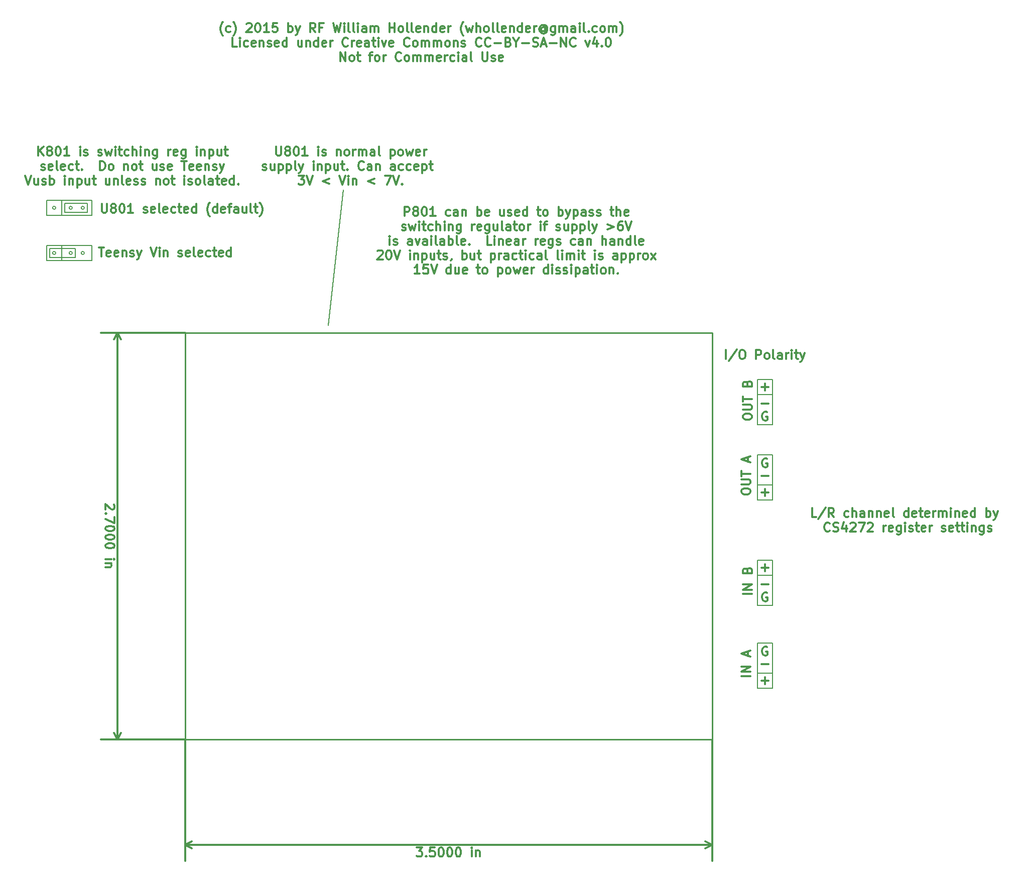
<source format=gbr>
G04 (created by PCBNEW (2013-07-07 BZR 4022)-stable) date 5/10/2015 2:36:51 PM*
%MOIN*%
G04 Gerber Fmt 3.4, Leading zero omitted, Abs format*
%FSLAX34Y34*%
G01*
G70*
G90*
G04 APERTURE LIST*
%ADD10C,0.006*%
%ADD11C,0.012*%
%ADD12C,0.008*%
%ADD13C,0.01*%
G04 APERTURE END LIST*
G54D10*
G54D11*
X40514Y-8271D02*
X40485Y-8242D01*
X40428Y-8157D01*
X40399Y-8100D01*
X40371Y-8014D01*
X40342Y-7871D01*
X40342Y-7757D01*
X40371Y-7614D01*
X40399Y-7528D01*
X40428Y-7471D01*
X40485Y-7385D01*
X40514Y-7357D01*
X40999Y-8014D02*
X40942Y-8042D01*
X40828Y-8042D01*
X40771Y-8014D01*
X40742Y-7985D01*
X40714Y-7928D01*
X40714Y-7757D01*
X40742Y-7700D01*
X40771Y-7671D01*
X40828Y-7642D01*
X40942Y-7642D01*
X40999Y-7671D01*
X41199Y-8271D02*
X41228Y-8242D01*
X41285Y-8157D01*
X41314Y-8100D01*
X41342Y-8014D01*
X41371Y-7871D01*
X41371Y-7757D01*
X41342Y-7614D01*
X41314Y-7528D01*
X41285Y-7471D01*
X41228Y-7385D01*
X41199Y-7357D01*
X42085Y-7500D02*
X42114Y-7471D01*
X42171Y-7442D01*
X42314Y-7442D01*
X42371Y-7471D01*
X42399Y-7500D01*
X42428Y-7557D01*
X42428Y-7614D01*
X42399Y-7700D01*
X42057Y-8042D01*
X42428Y-8042D01*
X42799Y-7442D02*
X42857Y-7442D01*
X42914Y-7471D01*
X42942Y-7500D01*
X42971Y-7557D01*
X42999Y-7671D01*
X42999Y-7814D01*
X42971Y-7928D01*
X42942Y-7985D01*
X42914Y-8014D01*
X42857Y-8042D01*
X42799Y-8042D01*
X42742Y-8014D01*
X42714Y-7985D01*
X42685Y-7928D01*
X42657Y-7814D01*
X42657Y-7671D01*
X42685Y-7557D01*
X42714Y-7500D01*
X42742Y-7471D01*
X42799Y-7442D01*
X43571Y-8042D02*
X43228Y-8042D01*
X43399Y-8042D02*
X43399Y-7442D01*
X43342Y-7528D01*
X43285Y-7585D01*
X43228Y-7614D01*
X44114Y-7442D02*
X43828Y-7442D01*
X43800Y-7728D01*
X43828Y-7700D01*
X43885Y-7671D01*
X44028Y-7671D01*
X44085Y-7700D01*
X44114Y-7728D01*
X44142Y-7785D01*
X44142Y-7928D01*
X44114Y-7985D01*
X44085Y-8014D01*
X44028Y-8042D01*
X43885Y-8042D01*
X43828Y-8014D01*
X43800Y-7985D01*
X44857Y-8042D02*
X44857Y-7442D01*
X44857Y-7671D02*
X44914Y-7642D01*
X45028Y-7642D01*
X45085Y-7671D01*
X45114Y-7700D01*
X45142Y-7757D01*
X45142Y-7928D01*
X45114Y-7985D01*
X45085Y-8014D01*
X45028Y-8042D01*
X44914Y-8042D01*
X44857Y-8014D01*
X45342Y-7642D02*
X45485Y-8042D01*
X45628Y-7642D02*
X45485Y-8042D01*
X45428Y-8185D01*
X45400Y-8214D01*
X45342Y-8242D01*
X46657Y-8042D02*
X46457Y-7757D01*
X46314Y-8042D02*
X46314Y-7442D01*
X46542Y-7442D01*
X46600Y-7471D01*
X46628Y-7500D01*
X46657Y-7557D01*
X46657Y-7642D01*
X46628Y-7700D01*
X46600Y-7728D01*
X46542Y-7757D01*
X46314Y-7757D01*
X47114Y-7728D02*
X46914Y-7728D01*
X46914Y-8042D02*
X46914Y-7442D01*
X47200Y-7442D01*
X47828Y-7442D02*
X47971Y-8042D01*
X48085Y-7614D01*
X48200Y-8042D01*
X48342Y-7442D01*
X48571Y-8042D02*
X48571Y-7642D01*
X48571Y-7442D02*
X48542Y-7471D01*
X48571Y-7500D01*
X48600Y-7471D01*
X48571Y-7442D01*
X48571Y-7500D01*
X48942Y-8042D02*
X48885Y-8014D01*
X48857Y-7957D01*
X48857Y-7442D01*
X49257Y-8042D02*
X49200Y-8014D01*
X49171Y-7957D01*
X49171Y-7442D01*
X49485Y-8042D02*
X49485Y-7642D01*
X49485Y-7442D02*
X49457Y-7471D01*
X49485Y-7500D01*
X49514Y-7471D01*
X49485Y-7442D01*
X49485Y-7500D01*
X50028Y-8042D02*
X50028Y-7728D01*
X50000Y-7671D01*
X49942Y-7642D01*
X49828Y-7642D01*
X49771Y-7671D01*
X50028Y-8014D02*
X49971Y-8042D01*
X49828Y-8042D01*
X49771Y-8014D01*
X49742Y-7957D01*
X49742Y-7900D01*
X49771Y-7842D01*
X49828Y-7814D01*
X49971Y-7814D01*
X50028Y-7785D01*
X50314Y-8042D02*
X50314Y-7642D01*
X50314Y-7700D02*
X50342Y-7671D01*
X50400Y-7642D01*
X50485Y-7642D01*
X50542Y-7671D01*
X50571Y-7728D01*
X50571Y-8042D01*
X50571Y-7728D02*
X50600Y-7671D01*
X50657Y-7642D01*
X50742Y-7642D01*
X50800Y-7671D01*
X50828Y-7728D01*
X50828Y-8042D01*
X51571Y-8042D02*
X51571Y-7442D01*
X51571Y-7728D02*
X51914Y-7728D01*
X51914Y-8042D02*
X51914Y-7442D01*
X52285Y-8042D02*
X52228Y-8014D01*
X52200Y-7985D01*
X52171Y-7928D01*
X52171Y-7757D01*
X52200Y-7700D01*
X52228Y-7671D01*
X52285Y-7642D01*
X52371Y-7642D01*
X52428Y-7671D01*
X52457Y-7700D01*
X52485Y-7757D01*
X52485Y-7928D01*
X52457Y-7985D01*
X52428Y-8014D01*
X52371Y-8042D01*
X52285Y-8042D01*
X52828Y-8042D02*
X52771Y-8014D01*
X52742Y-7957D01*
X52742Y-7442D01*
X53142Y-8042D02*
X53085Y-8014D01*
X53057Y-7957D01*
X53057Y-7442D01*
X53600Y-8014D02*
X53542Y-8042D01*
X53428Y-8042D01*
X53371Y-8014D01*
X53342Y-7957D01*
X53342Y-7728D01*
X53371Y-7671D01*
X53428Y-7642D01*
X53542Y-7642D01*
X53600Y-7671D01*
X53628Y-7728D01*
X53628Y-7785D01*
X53342Y-7842D01*
X53885Y-7642D02*
X53885Y-8042D01*
X53885Y-7700D02*
X53914Y-7671D01*
X53971Y-7642D01*
X54057Y-7642D01*
X54114Y-7671D01*
X54142Y-7728D01*
X54142Y-8042D01*
X54685Y-8042D02*
X54685Y-7442D01*
X54685Y-8014D02*
X54628Y-8042D01*
X54514Y-8042D01*
X54457Y-8014D01*
X54428Y-7985D01*
X54400Y-7928D01*
X54400Y-7757D01*
X54428Y-7700D01*
X54457Y-7671D01*
X54514Y-7642D01*
X54628Y-7642D01*
X54685Y-7671D01*
X55200Y-8014D02*
X55142Y-8042D01*
X55028Y-8042D01*
X54971Y-8014D01*
X54942Y-7957D01*
X54942Y-7728D01*
X54971Y-7671D01*
X55028Y-7642D01*
X55142Y-7642D01*
X55200Y-7671D01*
X55228Y-7728D01*
X55228Y-7785D01*
X54942Y-7842D01*
X55485Y-8042D02*
X55485Y-7642D01*
X55485Y-7757D02*
X55514Y-7700D01*
X55542Y-7671D01*
X55600Y-7642D01*
X55657Y-7642D01*
X56485Y-8271D02*
X56457Y-8242D01*
X56400Y-8157D01*
X56371Y-8100D01*
X56342Y-8014D01*
X56314Y-7871D01*
X56314Y-7757D01*
X56342Y-7614D01*
X56371Y-7528D01*
X56400Y-7471D01*
X56457Y-7385D01*
X56485Y-7357D01*
X56657Y-7642D02*
X56771Y-8042D01*
X56885Y-7757D01*
X57000Y-8042D01*
X57114Y-7642D01*
X57342Y-8042D02*
X57342Y-7442D01*
X57600Y-8042D02*
X57600Y-7728D01*
X57571Y-7671D01*
X57514Y-7642D01*
X57428Y-7642D01*
X57371Y-7671D01*
X57342Y-7700D01*
X57971Y-8042D02*
X57914Y-8014D01*
X57885Y-7985D01*
X57857Y-7928D01*
X57857Y-7757D01*
X57885Y-7700D01*
X57914Y-7671D01*
X57971Y-7642D01*
X58057Y-7642D01*
X58114Y-7671D01*
X58142Y-7700D01*
X58171Y-7757D01*
X58171Y-7928D01*
X58142Y-7985D01*
X58114Y-8014D01*
X58057Y-8042D01*
X57971Y-8042D01*
X58514Y-8042D02*
X58457Y-8014D01*
X58428Y-7957D01*
X58428Y-7442D01*
X58828Y-8042D02*
X58771Y-8014D01*
X58742Y-7957D01*
X58742Y-7442D01*
X59285Y-8014D02*
X59228Y-8042D01*
X59114Y-8042D01*
X59057Y-8014D01*
X59028Y-7957D01*
X59028Y-7728D01*
X59057Y-7671D01*
X59114Y-7642D01*
X59228Y-7642D01*
X59285Y-7671D01*
X59314Y-7728D01*
X59314Y-7785D01*
X59028Y-7842D01*
X59571Y-7642D02*
X59571Y-8042D01*
X59571Y-7700D02*
X59600Y-7671D01*
X59657Y-7642D01*
X59742Y-7642D01*
X59800Y-7671D01*
X59828Y-7728D01*
X59828Y-8042D01*
X60371Y-8042D02*
X60371Y-7442D01*
X60371Y-8014D02*
X60314Y-8042D01*
X60200Y-8042D01*
X60142Y-8014D01*
X60114Y-7985D01*
X60085Y-7928D01*
X60085Y-7757D01*
X60114Y-7700D01*
X60142Y-7671D01*
X60200Y-7642D01*
X60314Y-7642D01*
X60371Y-7671D01*
X60885Y-8014D02*
X60828Y-8042D01*
X60714Y-8042D01*
X60657Y-8014D01*
X60628Y-7957D01*
X60628Y-7728D01*
X60657Y-7671D01*
X60714Y-7642D01*
X60828Y-7642D01*
X60885Y-7671D01*
X60914Y-7728D01*
X60914Y-7785D01*
X60628Y-7842D01*
X61171Y-8042D02*
X61171Y-7642D01*
X61171Y-7757D02*
X61200Y-7700D01*
X61228Y-7671D01*
X61285Y-7642D01*
X61342Y-7642D01*
X61914Y-7757D02*
X61885Y-7728D01*
X61828Y-7700D01*
X61771Y-7700D01*
X61714Y-7728D01*
X61685Y-7757D01*
X61657Y-7814D01*
X61657Y-7871D01*
X61685Y-7928D01*
X61714Y-7957D01*
X61771Y-7985D01*
X61828Y-7985D01*
X61885Y-7957D01*
X61914Y-7928D01*
X61914Y-7700D02*
X61914Y-7928D01*
X61942Y-7957D01*
X61971Y-7957D01*
X62028Y-7928D01*
X62057Y-7871D01*
X62057Y-7728D01*
X62000Y-7642D01*
X61914Y-7585D01*
X61800Y-7557D01*
X61685Y-7585D01*
X61600Y-7642D01*
X61542Y-7728D01*
X61514Y-7842D01*
X61542Y-7957D01*
X61600Y-8042D01*
X61685Y-8100D01*
X61800Y-8128D01*
X61914Y-8100D01*
X62000Y-8042D01*
X62571Y-7642D02*
X62571Y-8128D01*
X62542Y-8185D01*
X62514Y-8214D01*
X62457Y-8242D01*
X62371Y-8242D01*
X62314Y-8214D01*
X62571Y-8014D02*
X62514Y-8042D01*
X62400Y-8042D01*
X62342Y-8014D01*
X62314Y-7985D01*
X62285Y-7928D01*
X62285Y-7757D01*
X62314Y-7700D01*
X62342Y-7671D01*
X62400Y-7642D01*
X62514Y-7642D01*
X62571Y-7671D01*
X62857Y-8042D02*
X62857Y-7642D01*
X62857Y-7700D02*
X62885Y-7671D01*
X62942Y-7642D01*
X63028Y-7642D01*
X63085Y-7671D01*
X63114Y-7728D01*
X63114Y-8042D01*
X63114Y-7728D02*
X63142Y-7671D01*
X63200Y-7642D01*
X63285Y-7642D01*
X63342Y-7671D01*
X63371Y-7728D01*
X63371Y-8042D01*
X63914Y-8042D02*
X63914Y-7728D01*
X63885Y-7671D01*
X63828Y-7642D01*
X63714Y-7642D01*
X63657Y-7671D01*
X63914Y-8014D02*
X63857Y-8042D01*
X63714Y-8042D01*
X63657Y-8014D01*
X63628Y-7957D01*
X63628Y-7900D01*
X63657Y-7842D01*
X63714Y-7814D01*
X63857Y-7814D01*
X63914Y-7785D01*
X64200Y-8042D02*
X64200Y-7642D01*
X64200Y-7442D02*
X64171Y-7471D01*
X64200Y-7500D01*
X64228Y-7471D01*
X64200Y-7442D01*
X64200Y-7500D01*
X64571Y-8042D02*
X64514Y-8014D01*
X64485Y-7957D01*
X64485Y-7442D01*
X64800Y-7985D02*
X64828Y-8014D01*
X64800Y-8042D01*
X64771Y-8014D01*
X64800Y-7985D01*
X64800Y-8042D01*
X65342Y-8014D02*
X65285Y-8042D01*
X65171Y-8042D01*
X65114Y-8014D01*
X65085Y-7985D01*
X65057Y-7928D01*
X65057Y-7757D01*
X65085Y-7700D01*
X65114Y-7671D01*
X65171Y-7642D01*
X65285Y-7642D01*
X65342Y-7671D01*
X65685Y-8042D02*
X65628Y-8014D01*
X65600Y-7985D01*
X65571Y-7928D01*
X65571Y-7757D01*
X65600Y-7700D01*
X65628Y-7671D01*
X65685Y-7642D01*
X65771Y-7642D01*
X65828Y-7671D01*
X65857Y-7700D01*
X65885Y-7757D01*
X65885Y-7928D01*
X65857Y-7985D01*
X65828Y-8014D01*
X65771Y-8042D01*
X65685Y-8042D01*
X66142Y-8042D02*
X66142Y-7642D01*
X66142Y-7700D02*
X66171Y-7671D01*
X66228Y-7642D01*
X66314Y-7642D01*
X66371Y-7671D01*
X66400Y-7728D01*
X66400Y-8042D01*
X66400Y-7728D02*
X66428Y-7671D01*
X66485Y-7642D01*
X66571Y-7642D01*
X66628Y-7671D01*
X66657Y-7728D01*
X66657Y-8042D01*
X66885Y-8271D02*
X66914Y-8242D01*
X66971Y-8157D01*
X67000Y-8100D01*
X67028Y-8014D01*
X67057Y-7871D01*
X67057Y-7757D01*
X67028Y-7614D01*
X67000Y-7528D01*
X66971Y-7471D01*
X66914Y-7385D01*
X66885Y-7357D01*
X41442Y-9002D02*
X41157Y-9002D01*
X41157Y-8402D01*
X41642Y-9002D02*
X41642Y-8602D01*
X41642Y-8402D02*
X41614Y-8431D01*
X41642Y-8460D01*
X41671Y-8431D01*
X41642Y-8402D01*
X41642Y-8460D01*
X42185Y-8974D02*
X42128Y-9002D01*
X42014Y-9002D01*
X41957Y-8974D01*
X41928Y-8945D01*
X41899Y-8888D01*
X41899Y-8717D01*
X41928Y-8660D01*
X41957Y-8631D01*
X42014Y-8602D01*
X42128Y-8602D01*
X42185Y-8631D01*
X42671Y-8974D02*
X42614Y-9002D01*
X42499Y-9002D01*
X42442Y-8974D01*
X42414Y-8917D01*
X42414Y-8688D01*
X42442Y-8631D01*
X42499Y-8602D01*
X42614Y-8602D01*
X42671Y-8631D01*
X42699Y-8688D01*
X42699Y-8745D01*
X42414Y-8802D01*
X42957Y-8602D02*
X42957Y-9002D01*
X42957Y-8660D02*
X42985Y-8631D01*
X43042Y-8602D01*
X43128Y-8602D01*
X43185Y-8631D01*
X43214Y-8688D01*
X43214Y-9002D01*
X43471Y-8974D02*
X43528Y-9002D01*
X43642Y-9002D01*
X43699Y-8974D01*
X43728Y-8917D01*
X43728Y-8888D01*
X43699Y-8831D01*
X43642Y-8802D01*
X43557Y-8802D01*
X43499Y-8774D01*
X43471Y-8717D01*
X43471Y-8688D01*
X43499Y-8631D01*
X43557Y-8602D01*
X43642Y-8602D01*
X43699Y-8631D01*
X44214Y-8974D02*
X44157Y-9002D01*
X44042Y-9002D01*
X43985Y-8974D01*
X43957Y-8917D01*
X43957Y-8688D01*
X43985Y-8631D01*
X44042Y-8602D01*
X44157Y-8602D01*
X44214Y-8631D01*
X44242Y-8688D01*
X44242Y-8745D01*
X43957Y-8802D01*
X44757Y-9002D02*
X44757Y-8402D01*
X44757Y-8974D02*
X44699Y-9002D01*
X44585Y-9002D01*
X44528Y-8974D01*
X44499Y-8945D01*
X44471Y-8888D01*
X44471Y-8717D01*
X44499Y-8660D01*
X44528Y-8631D01*
X44585Y-8602D01*
X44699Y-8602D01*
X44757Y-8631D01*
X45757Y-8602D02*
X45757Y-9002D01*
X45499Y-8602D02*
X45499Y-8917D01*
X45528Y-8974D01*
X45585Y-9002D01*
X45671Y-9002D01*
X45728Y-8974D01*
X45757Y-8945D01*
X46042Y-8602D02*
X46042Y-9002D01*
X46042Y-8660D02*
X46071Y-8631D01*
X46128Y-8602D01*
X46214Y-8602D01*
X46271Y-8631D01*
X46299Y-8688D01*
X46299Y-9002D01*
X46842Y-9002D02*
X46842Y-8402D01*
X46842Y-8974D02*
X46785Y-9002D01*
X46671Y-9002D01*
X46614Y-8974D01*
X46585Y-8945D01*
X46557Y-8888D01*
X46557Y-8717D01*
X46585Y-8660D01*
X46614Y-8631D01*
X46671Y-8602D01*
X46785Y-8602D01*
X46842Y-8631D01*
X47357Y-8974D02*
X47299Y-9002D01*
X47185Y-9002D01*
X47128Y-8974D01*
X47099Y-8917D01*
X47099Y-8688D01*
X47128Y-8631D01*
X47185Y-8602D01*
X47299Y-8602D01*
X47357Y-8631D01*
X47385Y-8688D01*
X47385Y-8745D01*
X47099Y-8802D01*
X47642Y-9002D02*
X47642Y-8602D01*
X47642Y-8717D02*
X47671Y-8660D01*
X47699Y-8631D01*
X47757Y-8602D01*
X47814Y-8602D01*
X48814Y-8945D02*
X48785Y-8974D01*
X48700Y-9002D01*
X48642Y-9002D01*
X48557Y-8974D01*
X48500Y-8917D01*
X48471Y-8860D01*
X48442Y-8745D01*
X48442Y-8660D01*
X48471Y-8545D01*
X48500Y-8488D01*
X48557Y-8431D01*
X48642Y-8402D01*
X48700Y-8402D01*
X48785Y-8431D01*
X48814Y-8460D01*
X49071Y-9002D02*
X49071Y-8602D01*
X49071Y-8717D02*
X49100Y-8660D01*
X49128Y-8631D01*
X49185Y-8602D01*
X49242Y-8602D01*
X49671Y-8974D02*
X49614Y-9002D01*
X49500Y-9002D01*
X49442Y-8974D01*
X49414Y-8917D01*
X49414Y-8688D01*
X49442Y-8631D01*
X49500Y-8602D01*
X49614Y-8602D01*
X49671Y-8631D01*
X49700Y-8688D01*
X49700Y-8745D01*
X49414Y-8802D01*
X50214Y-9002D02*
X50214Y-8688D01*
X50185Y-8631D01*
X50128Y-8602D01*
X50014Y-8602D01*
X49957Y-8631D01*
X50214Y-8974D02*
X50157Y-9002D01*
X50014Y-9002D01*
X49957Y-8974D01*
X49928Y-8917D01*
X49928Y-8860D01*
X49957Y-8802D01*
X50014Y-8774D01*
X50157Y-8774D01*
X50214Y-8745D01*
X50414Y-8602D02*
X50642Y-8602D01*
X50500Y-8402D02*
X50500Y-8917D01*
X50528Y-8974D01*
X50585Y-9002D01*
X50642Y-9002D01*
X50842Y-9002D02*
X50842Y-8602D01*
X50842Y-8402D02*
X50814Y-8431D01*
X50842Y-8460D01*
X50871Y-8431D01*
X50842Y-8402D01*
X50842Y-8460D01*
X51071Y-8602D02*
X51214Y-9002D01*
X51357Y-8602D01*
X51814Y-8974D02*
X51757Y-9002D01*
X51642Y-9002D01*
X51585Y-8974D01*
X51557Y-8917D01*
X51557Y-8688D01*
X51585Y-8631D01*
X51642Y-8602D01*
X51757Y-8602D01*
X51814Y-8631D01*
X51842Y-8688D01*
X51842Y-8745D01*
X51557Y-8802D01*
X52900Y-8945D02*
X52871Y-8974D01*
X52785Y-9002D01*
X52728Y-9002D01*
X52642Y-8974D01*
X52585Y-8917D01*
X52557Y-8860D01*
X52528Y-8745D01*
X52528Y-8660D01*
X52557Y-8545D01*
X52585Y-8488D01*
X52642Y-8431D01*
X52728Y-8402D01*
X52785Y-8402D01*
X52871Y-8431D01*
X52900Y-8460D01*
X53242Y-9002D02*
X53185Y-8974D01*
X53157Y-8945D01*
X53128Y-8888D01*
X53128Y-8717D01*
X53157Y-8660D01*
X53185Y-8631D01*
X53242Y-8602D01*
X53328Y-8602D01*
X53385Y-8631D01*
X53414Y-8660D01*
X53442Y-8717D01*
X53442Y-8888D01*
X53414Y-8945D01*
X53385Y-8974D01*
X53328Y-9002D01*
X53242Y-9002D01*
X53700Y-9002D02*
X53700Y-8602D01*
X53700Y-8660D02*
X53728Y-8631D01*
X53785Y-8602D01*
X53871Y-8602D01*
X53928Y-8631D01*
X53957Y-8688D01*
X53957Y-9002D01*
X53957Y-8688D02*
X53985Y-8631D01*
X54042Y-8602D01*
X54128Y-8602D01*
X54185Y-8631D01*
X54214Y-8688D01*
X54214Y-9002D01*
X54500Y-9002D02*
X54500Y-8602D01*
X54500Y-8660D02*
X54528Y-8631D01*
X54585Y-8602D01*
X54671Y-8602D01*
X54728Y-8631D01*
X54757Y-8688D01*
X54757Y-9002D01*
X54757Y-8688D02*
X54785Y-8631D01*
X54842Y-8602D01*
X54928Y-8602D01*
X54985Y-8631D01*
X55014Y-8688D01*
X55014Y-9002D01*
X55385Y-9002D02*
X55328Y-8974D01*
X55300Y-8945D01*
X55271Y-8888D01*
X55271Y-8717D01*
X55300Y-8660D01*
X55328Y-8631D01*
X55385Y-8602D01*
X55471Y-8602D01*
X55528Y-8631D01*
X55557Y-8660D01*
X55585Y-8717D01*
X55585Y-8888D01*
X55557Y-8945D01*
X55528Y-8974D01*
X55471Y-9002D01*
X55385Y-9002D01*
X55842Y-8602D02*
X55842Y-9002D01*
X55842Y-8660D02*
X55871Y-8631D01*
X55928Y-8602D01*
X56014Y-8602D01*
X56071Y-8631D01*
X56100Y-8688D01*
X56100Y-9002D01*
X56357Y-8974D02*
X56414Y-9002D01*
X56528Y-9002D01*
X56585Y-8974D01*
X56614Y-8917D01*
X56614Y-8888D01*
X56585Y-8831D01*
X56528Y-8802D01*
X56442Y-8802D01*
X56385Y-8774D01*
X56357Y-8717D01*
X56357Y-8688D01*
X56385Y-8631D01*
X56442Y-8602D01*
X56528Y-8602D01*
X56585Y-8631D01*
X57671Y-8945D02*
X57642Y-8974D01*
X57557Y-9002D01*
X57500Y-9002D01*
X57414Y-8974D01*
X57357Y-8917D01*
X57328Y-8860D01*
X57300Y-8745D01*
X57300Y-8660D01*
X57328Y-8545D01*
X57357Y-8488D01*
X57414Y-8431D01*
X57500Y-8402D01*
X57557Y-8402D01*
X57642Y-8431D01*
X57671Y-8460D01*
X58271Y-8945D02*
X58242Y-8974D01*
X58157Y-9002D01*
X58100Y-9002D01*
X58014Y-8974D01*
X57957Y-8917D01*
X57928Y-8860D01*
X57900Y-8745D01*
X57900Y-8660D01*
X57928Y-8545D01*
X57957Y-8488D01*
X58014Y-8431D01*
X58100Y-8402D01*
X58157Y-8402D01*
X58242Y-8431D01*
X58271Y-8460D01*
X58528Y-8774D02*
X58985Y-8774D01*
X59471Y-8688D02*
X59557Y-8717D01*
X59585Y-8745D01*
X59614Y-8802D01*
X59614Y-8888D01*
X59585Y-8945D01*
X59557Y-8974D01*
X59500Y-9002D01*
X59271Y-9002D01*
X59271Y-8402D01*
X59471Y-8402D01*
X59528Y-8431D01*
X59557Y-8460D01*
X59585Y-8517D01*
X59585Y-8574D01*
X59557Y-8631D01*
X59528Y-8660D01*
X59471Y-8688D01*
X59271Y-8688D01*
X59985Y-8717D02*
X59985Y-9002D01*
X59785Y-8402D02*
X59985Y-8717D01*
X60185Y-8402D01*
X60385Y-8774D02*
X60842Y-8774D01*
X61100Y-8974D02*
X61185Y-9002D01*
X61328Y-9002D01*
X61385Y-8974D01*
X61414Y-8945D01*
X61442Y-8888D01*
X61442Y-8831D01*
X61414Y-8774D01*
X61385Y-8745D01*
X61328Y-8717D01*
X61214Y-8688D01*
X61157Y-8660D01*
X61128Y-8631D01*
X61100Y-8574D01*
X61100Y-8517D01*
X61128Y-8460D01*
X61157Y-8431D01*
X61214Y-8402D01*
X61357Y-8402D01*
X61442Y-8431D01*
X61671Y-8831D02*
X61957Y-8831D01*
X61614Y-9002D02*
X61814Y-8402D01*
X62014Y-9002D01*
X62214Y-8774D02*
X62671Y-8774D01*
X62957Y-9002D02*
X62957Y-8402D01*
X63300Y-9002D01*
X63300Y-8402D01*
X63928Y-8945D02*
X63900Y-8974D01*
X63814Y-9002D01*
X63757Y-9002D01*
X63671Y-8974D01*
X63614Y-8917D01*
X63585Y-8860D01*
X63557Y-8745D01*
X63557Y-8660D01*
X63585Y-8545D01*
X63614Y-8488D01*
X63671Y-8431D01*
X63757Y-8402D01*
X63814Y-8402D01*
X63900Y-8431D01*
X63928Y-8460D01*
X64585Y-8602D02*
X64728Y-9002D01*
X64871Y-8602D01*
X65357Y-8602D02*
X65357Y-9002D01*
X65214Y-8374D02*
X65071Y-8802D01*
X65442Y-8802D01*
X65671Y-8945D02*
X65700Y-8974D01*
X65671Y-9002D01*
X65642Y-8974D01*
X65671Y-8945D01*
X65671Y-9002D01*
X66071Y-8402D02*
X66128Y-8402D01*
X66185Y-8431D01*
X66214Y-8460D01*
X66242Y-8517D01*
X66271Y-8631D01*
X66271Y-8774D01*
X66242Y-8888D01*
X66214Y-8945D01*
X66185Y-8974D01*
X66128Y-9002D01*
X66071Y-9002D01*
X66014Y-8974D01*
X65985Y-8945D01*
X65957Y-8888D01*
X65928Y-8774D01*
X65928Y-8631D01*
X65957Y-8517D01*
X65985Y-8460D01*
X66014Y-8431D01*
X66071Y-8402D01*
X48314Y-9962D02*
X48314Y-9362D01*
X48657Y-9962D01*
X48657Y-9362D01*
X49028Y-9962D02*
X48971Y-9934D01*
X48942Y-9905D01*
X48914Y-9848D01*
X48914Y-9677D01*
X48942Y-9620D01*
X48971Y-9591D01*
X49028Y-9562D01*
X49114Y-9562D01*
X49171Y-9591D01*
X49200Y-9620D01*
X49228Y-9677D01*
X49228Y-9848D01*
X49200Y-9905D01*
X49171Y-9934D01*
X49114Y-9962D01*
X49028Y-9962D01*
X49400Y-9562D02*
X49628Y-9562D01*
X49485Y-9362D02*
X49485Y-9877D01*
X49514Y-9934D01*
X49571Y-9962D01*
X49628Y-9962D01*
X50200Y-9562D02*
X50428Y-9562D01*
X50285Y-9962D02*
X50285Y-9448D01*
X50314Y-9391D01*
X50371Y-9362D01*
X50428Y-9362D01*
X50714Y-9962D02*
X50657Y-9934D01*
X50628Y-9905D01*
X50600Y-9848D01*
X50600Y-9677D01*
X50628Y-9620D01*
X50657Y-9591D01*
X50714Y-9562D01*
X50800Y-9562D01*
X50857Y-9591D01*
X50885Y-9620D01*
X50914Y-9677D01*
X50914Y-9848D01*
X50885Y-9905D01*
X50857Y-9934D01*
X50800Y-9962D01*
X50714Y-9962D01*
X51171Y-9962D02*
X51171Y-9562D01*
X51171Y-9677D02*
X51200Y-9620D01*
X51228Y-9591D01*
X51285Y-9562D01*
X51342Y-9562D01*
X52342Y-9905D02*
X52314Y-9934D01*
X52228Y-9962D01*
X52171Y-9962D01*
X52085Y-9934D01*
X52028Y-9877D01*
X52000Y-9820D01*
X51971Y-9705D01*
X51971Y-9620D01*
X52000Y-9505D01*
X52028Y-9448D01*
X52085Y-9391D01*
X52171Y-9362D01*
X52228Y-9362D01*
X52314Y-9391D01*
X52342Y-9420D01*
X52685Y-9962D02*
X52628Y-9934D01*
X52600Y-9905D01*
X52571Y-9848D01*
X52571Y-9677D01*
X52600Y-9620D01*
X52628Y-9591D01*
X52685Y-9562D01*
X52771Y-9562D01*
X52828Y-9591D01*
X52857Y-9620D01*
X52885Y-9677D01*
X52885Y-9848D01*
X52857Y-9905D01*
X52828Y-9934D01*
X52771Y-9962D01*
X52685Y-9962D01*
X53142Y-9962D02*
X53142Y-9562D01*
X53142Y-9620D02*
X53171Y-9591D01*
X53228Y-9562D01*
X53314Y-9562D01*
X53371Y-9591D01*
X53400Y-9648D01*
X53400Y-9962D01*
X53400Y-9648D02*
X53428Y-9591D01*
X53485Y-9562D01*
X53571Y-9562D01*
X53628Y-9591D01*
X53657Y-9648D01*
X53657Y-9962D01*
X53942Y-9962D02*
X53942Y-9562D01*
X53942Y-9620D02*
X53971Y-9591D01*
X54028Y-9562D01*
X54114Y-9562D01*
X54171Y-9591D01*
X54200Y-9648D01*
X54200Y-9962D01*
X54200Y-9648D02*
X54228Y-9591D01*
X54285Y-9562D01*
X54371Y-9562D01*
X54428Y-9591D01*
X54457Y-9648D01*
X54457Y-9962D01*
X54971Y-9934D02*
X54914Y-9962D01*
X54800Y-9962D01*
X54742Y-9934D01*
X54714Y-9877D01*
X54714Y-9648D01*
X54742Y-9591D01*
X54800Y-9562D01*
X54914Y-9562D01*
X54971Y-9591D01*
X55000Y-9648D01*
X55000Y-9705D01*
X54714Y-9762D01*
X55257Y-9962D02*
X55257Y-9562D01*
X55257Y-9677D02*
X55285Y-9620D01*
X55314Y-9591D01*
X55371Y-9562D01*
X55428Y-9562D01*
X55885Y-9934D02*
X55828Y-9962D01*
X55714Y-9962D01*
X55657Y-9934D01*
X55628Y-9905D01*
X55600Y-9848D01*
X55600Y-9677D01*
X55628Y-9620D01*
X55657Y-9591D01*
X55714Y-9562D01*
X55828Y-9562D01*
X55885Y-9591D01*
X56142Y-9962D02*
X56142Y-9562D01*
X56142Y-9362D02*
X56114Y-9391D01*
X56142Y-9420D01*
X56171Y-9391D01*
X56142Y-9362D01*
X56142Y-9420D01*
X56685Y-9962D02*
X56685Y-9648D01*
X56657Y-9591D01*
X56600Y-9562D01*
X56485Y-9562D01*
X56428Y-9591D01*
X56685Y-9934D02*
X56628Y-9962D01*
X56485Y-9962D01*
X56428Y-9934D01*
X56400Y-9877D01*
X56400Y-9820D01*
X56428Y-9762D01*
X56485Y-9734D01*
X56628Y-9734D01*
X56685Y-9705D01*
X57057Y-9962D02*
X57000Y-9934D01*
X56971Y-9877D01*
X56971Y-9362D01*
X57742Y-9362D02*
X57742Y-9848D01*
X57771Y-9905D01*
X57800Y-9934D01*
X57857Y-9962D01*
X57971Y-9962D01*
X58028Y-9934D01*
X58057Y-9905D01*
X58085Y-9848D01*
X58085Y-9362D01*
X58342Y-9934D02*
X58400Y-9962D01*
X58514Y-9962D01*
X58571Y-9934D01*
X58600Y-9877D01*
X58600Y-9848D01*
X58571Y-9791D01*
X58514Y-9762D01*
X58428Y-9762D01*
X58371Y-9734D01*
X58342Y-9677D01*
X58342Y-9648D01*
X58371Y-9591D01*
X58428Y-9562D01*
X58514Y-9562D01*
X58571Y-9591D01*
X59085Y-9934D02*
X59028Y-9962D01*
X58914Y-9962D01*
X58857Y-9934D01*
X58828Y-9877D01*
X58828Y-9648D01*
X58857Y-9591D01*
X58914Y-9562D01*
X59028Y-9562D01*
X59085Y-9591D01*
X59114Y-9648D01*
X59114Y-9705D01*
X58828Y-9762D01*
X52571Y-20242D02*
X52571Y-19642D01*
X52800Y-19642D01*
X52857Y-19671D01*
X52885Y-19700D01*
X52914Y-19757D01*
X52914Y-19842D01*
X52885Y-19900D01*
X52857Y-19928D01*
X52800Y-19957D01*
X52571Y-19957D01*
X53257Y-19900D02*
X53200Y-19871D01*
X53171Y-19842D01*
X53142Y-19785D01*
X53142Y-19757D01*
X53171Y-19700D01*
X53200Y-19671D01*
X53257Y-19642D01*
X53371Y-19642D01*
X53428Y-19671D01*
X53457Y-19700D01*
X53485Y-19757D01*
X53485Y-19785D01*
X53457Y-19842D01*
X53428Y-19871D01*
X53371Y-19900D01*
X53257Y-19900D01*
X53200Y-19928D01*
X53171Y-19957D01*
X53142Y-20014D01*
X53142Y-20128D01*
X53171Y-20185D01*
X53200Y-20214D01*
X53257Y-20242D01*
X53371Y-20242D01*
X53428Y-20214D01*
X53457Y-20185D01*
X53485Y-20128D01*
X53485Y-20014D01*
X53457Y-19957D01*
X53428Y-19928D01*
X53371Y-19900D01*
X53857Y-19642D02*
X53914Y-19642D01*
X53971Y-19671D01*
X54000Y-19700D01*
X54028Y-19757D01*
X54057Y-19871D01*
X54057Y-20014D01*
X54028Y-20128D01*
X54000Y-20185D01*
X53971Y-20214D01*
X53914Y-20242D01*
X53857Y-20242D01*
X53800Y-20214D01*
X53771Y-20185D01*
X53742Y-20128D01*
X53714Y-20014D01*
X53714Y-19871D01*
X53742Y-19757D01*
X53771Y-19700D01*
X53800Y-19671D01*
X53857Y-19642D01*
X54628Y-20242D02*
X54285Y-20242D01*
X54457Y-20242D02*
X54457Y-19642D01*
X54400Y-19728D01*
X54342Y-19785D01*
X54285Y-19814D01*
X55600Y-20214D02*
X55542Y-20242D01*
X55428Y-20242D01*
X55371Y-20214D01*
X55342Y-20185D01*
X55314Y-20128D01*
X55314Y-19957D01*
X55342Y-19900D01*
X55371Y-19871D01*
X55428Y-19842D01*
X55542Y-19842D01*
X55600Y-19871D01*
X56114Y-20242D02*
X56114Y-19928D01*
X56085Y-19871D01*
X56028Y-19842D01*
X55914Y-19842D01*
X55857Y-19871D01*
X56114Y-20214D02*
X56057Y-20242D01*
X55914Y-20242D01*
X55857Y-20214D01*
X55828Y-20157D01*
X55828Y-20100D01*
X55857Y-20042D01*
X55914Y-20014D01*
X56057Y-20014D01*
X56114Y-19985D01*
X56400Y-19842D02*
X56400Y-20242D01*
X56400Y-19900D02*
X56428Y-19871D01*
X56485Y-19842D01*
X56571Y-19842D01*
X56628Y-19871D01*
X56657Y-19928D01*
X56657Y-20242D01*
X57400Y-20242D02*
X57400Y-19642D01*
X57400Y-19871D02*
X57457Y-19842D01*
X57571Y-19842D01*
X57628Y-19871D01*
X57657Y-19900D01*
X57685Y-19957D01*
X57685Y-20128D01*
X57657Y-20185D01*
X57628Y-20214D01*
X57571Y-20242D01*
X57457Y-20242D01*
X57400Y-20214D01*
X58171Y-20214D02*
X58114Y-20242D01*
X58000Y-20242D01*
X57942Y-20214D01*
X57914Y-20157D01*
X57914Y-19928D01*
X57942Y-19871D01*
X58000Y-19842D01*
X58114Y-19842D01*
X58171Y-19871D01*
X58200Y-19928D01*
X58200Y-19985D01*
X57914Y-20042D01*
X59171Y-19842D02*
X59171Y-20242D01*
X58914Y-19842D02*
X58914Y-20157D01*
X58942Y-20214D01*
X59000Y-20242D01*
X59085Y-20242D01*
X59142Y-20214D01*
X59171Y-20185D01*
X59428Y-20214D02*
X59485Y-20242D01*
X59600Y-20242D01*
X59657Y-20214D01*
X59685Y-20157D01*
X59685Y-20128D01*
X59657Y-20071D01*
X59600Y-20042D01*
X59514Y-20042D01*
X59457Y-20014D01*
X59428Y-19957D01*
X59428Y-19928D01*
X59457Y-19871D01*
X59514Y-19842D01*
X59600Y-19842D01*
X59657Y-19871D01*
X60171Y-20214D02*
X60114Y-20242D01*
X60000Y-20242D01*
X59942Y-20214D01*
X59914Y-20157D01*
X59914Y-19928D01*
X59942Y-19871D01*
X60000Y-19842D01*
X60114Y-19842D01*
X60171Y-19871D01*
X60200Y-19928D01*
X60200Y-19985D01*
X59914Y-20042D01*
X60714Y-20242D02*
X60714Y-19642D01*
X60714Y-20214D02*
X60657Y-20242D01*
X60542Y-20242D01*
X60485Y-20214D01*
X60457Y-20185D01*
X60428Y-20128D01*
X60428Y-19957D01*
X60457Y-19900D01*
X60485Y-19871D01*
X60542Y-19842D01*
X60657Y-19842D01*
X60714Y-19871D01*
X61371Y-19842D02*
X61600Y-19842D01*
X61457Y-19642D02*
X61457Y-20157D01*
X61485Y-20214D01*
X61542Y-20242D01*
X61600Y-20242D01*
X61885Y-20242D02*
X61828Y-20214D01*
X61800Y-20185D01*
X61771Y-20128D01*
X61771Y-19957D01*
X61800Y-19900D01*
X61828Y-19871D01*
X61885Y-19842D01*
X61971Y-19842D01*
X62028Y-19871D01*
X62057Y-19900D01*
X62085Y-19957D01*
X62085Y-20128D01*
X62057Y-20185D01*
X62028Y-20214D01*
X61971Y-20242D01*
X61885Y-20242D01*
X62800Y-20242D02*
X62800Y-19642D01*
X62800Y-19871D02*
X62857Y-19842D01*
X62971Y-19842D01*
X63028Y-19871D01*
X63057Y-19900D01*
X63085Y-19957D01*
X63085Y-20128D01*
X63057Y-20185D01*
X63028Y-20214D01*
X62971Y-20242D01*
X62857Y-20242D01*
X62800Y-20214D01*
X63285Y-19842D02*
X63428Y-20242D01*
X63571Y-19842D02*
X63428Y-20242D01*
X63371Y-20385D01*
X63342Y-20414D01*
X63285Y-20442D01*
X63800Y-19842D02*
X63800Y-20442D01*
X63800Y-19871D02*
X63857Y-19842D01*
X63971Y-19842D01*
X64028Y-19871D01*
X64057Y-19900D01*
X64085Y-19957D01*
X64085Y-20128D01*
X64057Y-20185D01*
X64028Y-20214D01*
X63971Y-20242D01*
X63857Y-20242D01*
X63800Y-20214D01*
X64600Y-20242D02*
X64600Y-19928D01*
X64571Y-19871D01*
X64514Y-19842D01*
X64400Y-19842D01*
X64342Y-19871D01*
X64600Y-20214D02*
X64542Y-20242D01*
X64400Y-20242D01*
X64342Y-20214D01*
X64314Y-20157D01*
X64314Y-20100D01*
X64342Y-20042D01*
X64400Y-20014D01*
X64542Y-20014D01*
X64600Y-19985D01*
X64857Y-20214D02*
X64914Y-20242D01*
X65028Y-20242D01*
X65085Y-20214D01*
X65114Y-20157D01*
X65114Y-20128D01*
X65085Y-20071D01*
X65028Y-20042D01*
X64942Y-20042D01*
X64885Y-20014D01*
X64857Y-19957D01*
X64857Y-19928D01*
X64885Y-19871D01*
X64942Y-19842D01*
X65028Y-19842D01*
X65085Y-19871D01*
X65342Y-20214D02*
X65400Y-20242D01*
X65514Y-20242D01*
X65571Y-20214D01*
X65600Y-20157D01*
X65600Y-20128D01*
X65571Y-20071D01*
X65514Y-20042D01*
X65428Y-20042D01*
X65371Y-20014D01*
X65342Y-19957D01*
X65342Y-19928D01*
X65371Y-19871D01*
X65428Y-19842D01*
X65514Y-19842D01*
X65571Y-19871D01*
X66228Y-19842D02*
X66457Y-19842D01*
X66314Y-19642D02*
X66314Y-20157D01*
X66342Y-20214D01*
X66400Y-20242D01*
X66457Y-20242D01*
X66657Y-20242D02*
X66657Y-19642D01*
X66914Y-20242D02*
X66914Y-19928D01*
X66885Y-19871D01*
X66828Y-19842D01*
X66742Y-19842D01*
X66685Y-19871D01*
X66657Y-19900D01*
X67428Y-20214D02*
X67371Y-20242D01*
X67257Y-20242D01*
X67200Y-20214D01*
X67171Y-20157D01*
X67171Y-19928D01*
X67200Y-19871D01*
X67257Y-19842D01*
X67371Y-19842D01*
X67428Y-19871D01*
X67457Y-19928D01*
X67457Y-19985D01*
X67171Y-20042D01*
X52400Y-21174D02*
X52457Y-21202D01*
X52571Y-21202D01*
X52628Y-21174D01*
X52657Y-21117D01*
X52657Y-21088D01*
X52628Y-21031D01*
X52571Y-21002D01*
X52485Y-21002D01*
X52428Y-20974D01*
X52400Y-20917D01*
X52400Y-20888D01*
X52428Y-20831D01*
X52485Y-20802D01*
X52571Y-20802D01*
X52628Y-20831D01*
X52857Y-20802D02*
X52971Y-21202D01*
X53085Y-20917D01*
X53200Y-21202D01*
X53314Y-20802D01*
X53542Y-21202D02*
X53542Y-20802D01*
X53542Y-20602D02*
X53514Y-20631D01*
X53542Y-20660D01*
X53571Y-20631D01*
X53542Y-20602D01*
X53542Y-20660D01*
X53742Y-20802D02*
X53971Y-20802D01*
X53828Y-20602D02*
X53828Y-21117D01*
X53857Y-21174D01*
X53914Y-21202D01*
X53971Y-21202D01*
X54428Y-21174D02*
X54371Y-21202D01*
X54257Y-21202D01*
X54200Y-21174D01*
X54171Y-21145D01*
X54142Y-21088D01*
X54142Y-20917D01*
X54171Y-20860D01*
X54200Y-20831D01*
X54257Y-20802D01*
X54371Y-20802D01*
X54428Y-20831D01*
X54685Y-21202D02*
X54685Y-20602D01*
X54942Y-21202D02*
X54942Y-20888D01*
X54914Y-20831D01*
X54857Y-20802D01*
X54771Y-20802D01*
X54714Y-20831D01*
X54685Y-20860D01*
X55228Y-21202D02*
X55228Y-20802D01*
X55228Y-20602D02*
X55200Y-20631D01*
X55228Y-20660D01*
X55257Y-20631D01*
X55228Y-20602D01*
X55228Y-20660D01*
X55514Y-20802D02*
X55514Y-21202D01*
X55514Y-20860D02*
X55542Y-20831D01*
X55599Y-20802D01*
X55685Y-20802D01*
X55742Y-20831D01*
X55771Y-20888D01*
X55771Y-21202D01*
X56314Y-20802D02*
X56314Y-21288D01*
X56285Y-21345D01*
X56257Y-21374D01*
X56199Y-21402D01*
X56114Y-21402D01*
X56057Y-21374D01*
X56314Y-21174D02*
X56257Y-21202D01*
X56142Y-21202D01*
X56085Y-21174D01*
X56057Y-21145D01*
X56028Y-21088D01*
X56028Y-20917D01*
X56057Y-20860D01*
X56085Y-20831D01*
X56142Y-20802D01*
X56257Y-20802D01*
X56314Y-20831D01*
X57057Y-21202D02*
X57057Y-20802D01*
X57057Y-20917D02*
X57085Y-20860D01*
X57114Y-20831D01*
X57171Y-20802D01*
X57228Y-20802D01*
X57657Y-21174D02*
X57600Y-21202D01*
X57485Y-21202D01*
X57428Y-21174D01*
X57400Y-21117D01*
X57400Y-20888D01*
X57428Y-20831D01*
X57485Y-20802D01*
X57600Y-20802D01*
X57657Y-20831D01*
X57685Y-20888D01*
X57685Y-20945D01*
X57400Y-21002D01*
X58200Y-20802D02*
X58200Y-21288D01*
X58171Y-21345D01*
X58142Y-21374D01*
X58085Y-21402D01*
X58000Y-21402D01*
X57942Y-21374D01*
X58200Y-21174D02*
X58142Y-21202D01*
X58028Y-21202D01*
X57971Y-21174D01*
X57942Y-21145D01*
X57914Y-21088D01*
X57914Y-20917D01*
X57942Y-20860D01*
X57971Y-20831D01*
X58028Y-20802D01*
X58142Y-20802D01*
X58200Y-20831D01*
X58742Y-20802D02*
X58742Y-21202D01*
X58485Y-20802D02*
X58485Y-21117D01*
X58514Y-21174D01*
X58571Y-21202D01*
X58657Y-21202D01*
X58714Y-21174D01*
X58742Y-21145D01*
X59114Y-21202D02*
X59057Y-21174D01*
X59028Y-21117D01*
X59028Y-20602D01*
X59600Y-21202D02*
X59600Y-20888D01*
X59571Y-20831D01*
X59514Y-20802D01*
X59400Y-20802D01*
X59342Y-20831D01*
X59600Y-21174D02*
X59542Y-21202D01*
X59400Y-21202D01*
X59342Y-21174D01*
X59314Y-21117D01*
X59314Y-21060D01*
X59342Y-21002D01*
X59400Y-20974D01*
X59542Y-20974D01*
X59600Y-20945D01*
X59800Y-20802D02*
X60028Y-20802D01*
X59885Y-20602D02*
X59885Y-21117D01*
X59914Y-21174D01*
X59971Y-21202D01*
X60028Y-21202D01*
X60314Y-21202D02*
X60257Y-21174D01*
X60228Y-21145D01*
X60200Y-21088D01*
X60200Y-20917D01*
X60228Y-20860D01*
X60257Y-20831D01*
X60314Y-20802D01*
X60400Y-20802D01*
X60457Y-20831D01*
X60485Y-20860D01*
X60514Y-20917D01*
X60514Y-21088D01*
X60485Y-21145D01*
X60457Y-21174D01*
X60400Y-21202D01*
X60314Y-21202D01*
X60771Y-21202D02*
X60771Y-20802D01*
X60771Y-20917D02*
X60800Y-20860D01*
X60828Y-20831D01*
X60885Y-20802D01*
X60942Y-20802D01*
X61600Y-21202D02*
X61600Y-20802D01*
X61600Y-20602D02*
X61571Y-20631D01*
X61600Y-20660D01*
X61628Y-20631D01*
X61600Y-20602D01*
X61600Y-20660D01*
X61800Y-20802D02*
X62028Y-20802D01*
X61885Y-21202D02*
X61885Y-20688D01*
X61914Y-20631D01*
X61971Y-20602D01*
X62028Y-20602D01*
X62657Y-21174D02*
X62714Y-21202D01*
X62828Y-21202D01*
X62885Y-21174D01*
X62914Y-21117D01*
X62914Y-21088D01*
X62885Y-21031D01*
X62828Y-21002D01*
X62742Y-21002D01*
X62685Y-20974D01*
X62657Y-20917D01*
X62657Y-20888D01*
X62685Y-20831D01*
X62742Y-20802D01*
X62828Y-20802D01*
X62885Y-20831D01*
X63428Y-20802D02*
X63428Y-21202D01*
X63171Y-20802D02*
X63171Y-21117D01*
X63200Y-21174D01*
X63257Y-21202D01*
X63342Y-21202D01*
X63400Y-21174D01*
X63428Y-21145D01*
X63714Y-20802D02*
X63714Y-21402D01*
X63714Y-20831D02*
X63771Y-20802D01*
X63885Y-20802D01*
X63942Y-20831D01*
X63971Y-20860D01*
X63999Y-20917D01*
X63999Y-21088D01*
X63971Y-21145D01*
X63942Y-21174D01*
X63885Y-21202D01*
X63771Y-21202D01*
X63714Y-21174D01*
X64257Y-20802D02*
X64257Y-21402D01*
X64257Y-20831D02*
X64314Y-20802D01*
X64428Y-20802D01*
X64485Y-20831D01*
X64514Y-20860D01*
X64542Y-20917D01*
X64542Y-21088D01*
X64514Y-21145D01*
X64485Y-21174D01*
X64428Y-21202D01*
X64314Y-21202D01*
X64257Y-21174D01*
X64885Y-21202D02*
X64828Y-21174D01*
X64799Y-21117D01*
X64799Y-20602D01*
X65057Y-20802D02*
X65199Y-21202D01*
X65342Y-20802D02*
X65199Y-21202D01*
X65142Y-21345D01*
X65114Y-21374D01*
X65057Y-21402D01*
X66028Y-20802D02*
X66485Y-20974D01*
X66028Y-21145D01*
X67028Y-20602D02*
X66914Y-20602D01*
X66857Y-20631D01*
X66828Y-20660D01*
X66771Y-20745D01*
X66742Y-20860D01*
X66742Y-21088D01*
X66771Y-21145D01*
X66800Y-21174D01*
X66857Y-21202D01*
X66971Y-21202D01*
X67028Y-21174D01*
X67057Y-21145D01*
X67085Y-21088D01*
X67085Y-20945D01*
X67057Y-20888D01*
X67028Y-20860D01*
X66971Y-20831D01*
X66857Y-20831D01*
X66800Y-20860D01*
X66771Y-20888D01*
X66742Y-20945D01*
X67257Y-20602D02*
X67457Y-21202D01*
X67657Y-20602D01*
X51585Y-22162D02*
X51585Y-21762D01*
X51585Y-21562D02*
X51557Y-21591D01*
X51585Y-21620D01*
X51614Y-21591D01*
X51585Y-21562D01*
X51585Y-21620D01*
X51842Y-22134D02*
X51900Y-22162D01*
X52014Y-22162D01*
X52071Y-22134D01*
X52100Y-22077D01*
X52100Y-22048D01*
X52071Y-21991D01*
X52014Y-21962D01*
X51928Y-21962D01*
X51871Y-21934D01*
X51842Y-21877D01*
X51842Y-21848D01*
X51871Y-21791D01*
X51928Y-21762D01*
X52014Y-21762D01*
X52071Y-21791D01*
X53071Y-22162D02*
X53071Y-21848D01*
X53042Y-21791D01*
X52985Y-21762D01*
X52871Y-21762D01*
X52814Y-21791D01*
X53071Y-22134D02*
X53014Y-22162D01*
X52871Y-22162D01*
X52814Y-22134D01*
X52785Y-22077D01*
X52785Y-22020D01*
X52814Y-21962D01*
X52871Y-21934D01*
X53014Y-21934D01*
X53071Y-21905D01*
X53299Y-21762D02*
X53442Y-22162D01*
X53585Y-21762D01*
X54071Y-22162D02*
X54071Y-21848D01*
X54042Y-21791D01*
X53985Y-21762D01*
X53871Y-21762D01*
X53814Y-21791D01*
X54071Y-22134D02*
X54014Y-22162D01*
X53871Y-22162D01*
X53814Y-22134D01*
X53785Y-22077D01*
X53785Y-22020D01*
X53814Y-21962D01*
X53871Y-21934D01*
X54014Y-21934D01*
X54071Y-21905D01*
X54357Y-22162D02*
X54357Y-21762D01*
X54357Y-21562D02*
X54328Y-21591D01*
X54357Y-21620D01*
X54385Y-21591D01*
X54357Y-21562D01*
X54357Y-21620D01*
X54728Y-22162D02*
X54671Y-22134D01*
X54642Y-22077D01*
X54642Y-21562D01*
X55214Y-22162D02*
X55214Y-21848D01*
X55185Y-21791D01*
X55128Y-21762D01*
X55014Y-21762D01*
X54957Y-21791D01*
X55214Y-22134D02*
X55157Y-22162D01*
X55014Y-22162D01*
X54957Y-22134D01*
X54928Y-22077D01*
X54928Y-22020D01*
X54957Y-21962D01*
X55014Y-21934D01*
X55157Y-21934D01*
X55214Y-21905D01*
X55499Y-22162D02*
X55499Y-21562D01*
X55499Y-21791D02*
X55557Y-21762D01*
X55671Y-21762D01*
X55728Y-21791D01*
X55757Y-21820D01*
X55785Y-21877D01*
X55785Y-22048D01*
X55757Y-22105D01*
X55728Y-22134D01*
X55671Y-22162D01*
X55557Y-22162D01*
X55499Y-22134D01*
X56128Y-22162D02*
X56071Y-22134D01*
X56042Y-22077D01*
X56042Y-21562D01*
X56585Y-22134D02*
X56528Y-22162D01*
X56414Y-22162D01*
X56357Y-22134D01*
X56328Y-22077D01*
X56328Y-21848D01*
X56357Y-21791D01*
X56414Y-21762D01*
X56528Y-21762D01*
X56585Y-21791D01*
X56614Y-21848D01*
X56614Y-21905D01*
X56328Y-21962D01*
X56871Y-22105D02*
X56900Y-22134D01*
X56871Y-22162D01*
X56842Y-22134D01*
X56871Y-22105D01*
X56871Y-22162D01*
X58357Y-22162D02*
X58071Y-22162D01*
X58071Y-21562D01*
X58557Y-22162D02*
X58557Y-21762D01*
X58557Y-21562D02*
X58528Y-21591D01*
X58557Y-21620D01*
X58585Y-21591D01*
X58557Y-21562D01*
X58557Y-21620D01*
X58842Y-21762D02*
X58842Y-22162D01*
X58842Y-21820D02*
X58871Y-21791D01*
X58928Y-21762D01*
X59014Y-21762D01*
X59071Y-21791D01*
X59099Y-21848D01*
X59099Y-22162D01*
X59614Y-22134D02*
X59557Y-22162D01*
X59442Y-22162D01*
X59385Y-22134D01*
X59357Y-22077D01*
X59357Y-21848D01*
X59385Y-21791D01*
X59442Y-21762D01*
X59557Y-21762D01*
X59614Y-21791D01*
X59642Y-21848D01*
X59642Y-21905D01*
X59357Y-21962D01*
X60157Y-22162D02*
X60157Y-21848D01*
X60128Y-21791D01*
X60071Y-21762D01*
X59957Y-21762D01*
X59899Y-21791D01*
X60157Y-22134D02*
X60099Y-22162D01*
X59957Y-22162D01*
X59899Y-22134D01*
X59871Y-22077D01*
X59871Y-22020D01*
X59899Y-21962D01*
X59957Y-21934D01*
X60099Y-21934D01*
X60157Y-21905D01*
X60442Y-22162D02*
X60442Y-21762D01*
X60442Y-21877D02*
X60471Y-21820D01*
X60499Y-21791D01*
X60557Y-21762D01*
X60614Y-21762D01*
X61271Y-22162D02*
X61271Y-21762D01*
X61271Y-21877D02*
X61300Y-21820D01*
X61328Y-21791D01*
X61385Y-21762D01*
X61442Y-21762D01*
X61871Y-22134D02*
X61814Y-22162D01*
X61700Y-22162D01*
X61642Y-22134D01*
X61614Y-22077D01*
X61614Y-21848D01*
X61642Y-21791D01*
X61700Y-21762D01*
X61814Y-21762D01*
X61871Y-21791D01*
X61900Y-21848D01*
X61900Y-21905D01*
X61614Y-21962D01*
X62414Y-21762D02*
X62414Y-22248D01*
X62385Y-22305D01*
X62357Y-22334D01*
X62300Y-22362D01*
X62214Y-22362D01*
X62157Y-22334D01*
X62414Y-22134D02*
X62357Y-22162D01*
X62242Y-22162D01*
X62185Y-22134D01*
X62157Y-22105D01*
X62128Y-22048D01*
X62128Y-21877D01*
X62157Y-21820D01*
X62185Y-21791D01*
X62242Y-21762D01*
X62357Y-21762D01*
X62414Y-21791D01*
X62671Y-22134D02*
X62728Y-22162D01*
X62842Y-22162D01*
X62900Y-22134D01*
X62928Y-22077D01*
X62928Y-22048D01*
X62900Y-21991D01*
X62842Y-21962D01*
X62757Y-21962D01*
X62700Y-21934D01*
X62671Y-21877D01*
X62671Y-21848D01*
X62700Y-21791D01*
X62757Y-21762D01*
X62842Y-21762D01*
X62900Y-21791D01*
X63900Y-22134D02*
X63842Y-22162D01*
X63728Y-22162D01*
X63671Y-22134D01*
X63642Y-22105D01*
X63614Y-22048D01*
X63614Y-21877D01*
X63642Y-21820D01*
X63671Y-21791D01*
X63728Y-21762D01*
X63842Y-21762D01*
X63900Y-21791D01*
X64414Y-22162D02*
X64414Y-21848D01*
X64385Y-21791D01*
X64328Y-21762D01*
X64214Y-21762D01*
X64157Y-21791D01*
X64414Y-22134D02*
X64357Y-22162D01*
X64214Y-22162D01*
X64157Y-22134D01*
X64128Y-22077D01*
X64128Y-22020D01*
X64157Y-21962D01*
X64214Y-21934D01*
X64357Y-21934D01*
X64414Y-21905D01*
X64700Y-21762D02*
X64700Y-22162D01*
X64700Y-21820D02*
X64728Y-21791D01*
X64785Y-21762D01*
X64871Y-21762D01*
X64928Y-21791D01*
X64957Y-21848D01*
X64957Y-22162D01*
X65700Y-22162D02*
X65700Y-21562D01*
X65957Y-22162D02*
X65957Y-21848D01*
X65928Y-21791D01*
X65871Y-21762D01*
X65785Y-21762D01*
X65728Y-21791D01*
X65700Y-21820D01*
X66500Y-22162D02*
X66500Y-21848D01*
X66471Y-21791D01*
X66414Y-21762D01*
X66300Y-21762D01*
X66242Y-21791D01*
X66500Y-22134D02*
X66442Y-22162D01*
X66300Y-22162D01*
X66242Y-22134D01*
X66214Y-22077D01*
X66214Y-22020D01*
X66242Y-21962D01*
X66300Y-21934D01*
X66442Y-21934D01*
X66500Y-21905D01*
X66785Y-21762D02*
X66785Y-22162D01*
X66785Y-21820D02*
X66814Y-21791D01*
X66871Y-21762D01*
X66957Y-21762D01*
X67014Y-21791D01*
X67042Y-21848D01*
X67042Y-22162D01*
X67585Y-22162D02*
X67585Y-21562D01*
X67585Y-22134D02*
X67528Y-22162D01*
X67414Y-22162D01*
X67357Y-22134D01*
X67328Y-22105D01*
X67300Y-22048D01*
X67300Y-21877D01*
X67328Y-21820D01*
X67357Y-21791D01*
X67414Y-21762D01*
X67528Y-21762D01*
X67585Y-21791D01*
X67957Y-22162D02*
X67900Y-22134D01*
X67871Y-22077D01*
X67871Y-21562D01*
X68414Y-22134D02*
X68357Y-22162D01*
X68242Y-22162D01*
X68185Y-22134D01*
X68157Y-22077D01*
X68157Y-21848D01*
X68185Y-21791D01*
X68242Y-21762D01*
X68357Y-21762D01*
X68414Y-21791D01*
X68442Y-21848D01*
X68442Y-21905D01*
X68157Y-21962D01*
X50785Y-22580D02*
X50814Y-22551D01*
X50871Y-22522D01*
X51014Y-22522D01*
X51071Y-22551D01*
X51100Y-22580D01*
X51128Y-22637D01*
X51128Y-22694D01*
X51100Y-22780D01*
X50757Y-23122D01*
X51128Y-23122D01*
X51500Y-22522D02*
X51557Y-22522D01*
X51614Y-22551D01*
X51642Y-22580D01*
X51671Y-22637D01*
X51700Y-22751D01*
X51700Y-22894D01*
X51671Y-23008D01*
X51642Y-23065D01*
X51614Y-23094D01*
X51557Y-23122D01*
X51500Y-23122D01*
X51442Y-23094D01*
X51414Y-23065D01*
X51385Y-23008D01*
X51357Y-22894D01*
X51357Y-22751D01*
X51385Y-22637D01*
X51414Y-22580D01*
X51442Y-22551D01*
X51500Y-22522D01*
X51871Y-22522D02*
X52071Y-23122D01*
X52271Y-22522D01*
X52928Y-23122D02*
X52928Y-22722D01*
X52928Y-22522D02*
X52900Y-22551D01*
X52928Y-22580D01*
X52957Y-22551D01*
X52928Y-22522D01*
X52928Y-22580D01*
X53214Y-22722D02*
X53214Y-23122D01*
X53214Y-22780D02*
X53242Y-22751D01*
X53300Y-22722D01*
X53385Y-22722D01*
X53442Y-22751D01*
X53471Y-22808D01*
X53471Y-23122D01*
X53757Y-22722D02*
X53757Y-23322D01*
X53757Y-22751D02*
X53814Y-22722D01*
X53928Y-22722D01*
X53985Y-22751D01*
X54014Y-22780D01*
X54042Y-22837D01*
X54042Y-23008D01*
X54014Y-23065D01*
X53985Y-23094D01*
X53928Y-23122D01*
X53814Y-23122D01*
X53757Y-23094D01*
X54557Y-22722D02*
X54557Y-23122D01*
X54300Y-22722D02*
X54300Y-23037D01*
X54328Y-23094D01*
X54385Y-23122D01*
X54471Y-23122D01*
X54528Y-23094D01*
X54557Y-23065D01*
X54757Y-22722D02*
X54985Y-22722D01*
X54842Y-22522D02*
X54842Y-23037D01*
X54871Y-23094D01*
X54928Y-23122D01*
X54985Y-23122D01*
X55157Y-23094D02*
X55214Y-23122D01*
X55328Y-23122D01*
X55385Y-23094D01*
X55414Y-23037D01*
X55414Y-23008D01*
X55385Y-22951D01*
X55328Y-22922D01*
X55242Y-22922D01*
X55185Y-22894D01*
X55157Y-22837D01*
X55157Y-22808D01*
X55185Y-22751D01*
X55242Y-22722D01*
X55328Y-22722D01*
X55385Y-22751D01*
X55700Y-23094D02*
X55700Y-23122D01*
X55671Y-23180D01*
X55642Y-23208D01*
X56414Y-23122D02*
X56414Y-22522D01*
X56414Y-22751D02*
X56471Y-22722D01*
X56585Y-22722D01*
X56642Y-22751D01*
X56671Y-22780D01*
X56700Y-22837D01*
X56700Y-23008D01*
X56671Y-23065D01*
X56642Y-23094D01*
X56585Y-23122D01*
X56471Y-23122D01*
X56414Y-23094D01*
X57214Y-22722D02*
X57214Y-23122D01*
X56957Y-22722D02*
X56957Y-23037D01*
X56985Y-23094D01*
X57042Y-23122D01*
X57128Y-23122D01*
X57185Y-23094D01*
X57214Y-23065D01*
X57414Y-22722D02*
X57642Y-22722D01*
X57500Y-22522D02*
X57500Y-23037D01*
X57528Y-23094D01*
X57585Y-23122D01*
X57642Y-23122D01*
X58300Y-22722D02*
X58300Y-23322D01*
X58300Y-22751D02*
X58357Y-22722D01*
X58471Y-22722D01*
X58528Y-22751D01*
X58557Y-22780D01*
X58585Y-22837D01*
X58585Y-23008D01*
X58557Y-23065D01*
X58528Y-23094D01*
X58471Y-23122D01*
X58357Y-23122D01*
X58300Y-23094D01*
X58842Y-23122D02*
X58842Y-22722D01*
X58842Y-22837D02*
X58871Y-22780D01*
X58900Y-22751D01*
X58957Y-22722D01*
X59014Y-22722D01*
X59471Y-23122D02*
X59471Y-22808D01*
X59442Y-22751D01*
X59385Y-22722D01*
X59271Y-22722D01*
X59214Y-22751D01*
X59471Y-23094D02*
X59414Y-23122D01*
X59271Y-23122D01*
X59214Y-23094D01*
X59185Y-23037D01*
X59185Y-22980D01*
X59214Y-22922D01*
X59271Y-22894D01*
X59414Y-22894D01*
X59471Y-22865D01*
X60014Y-23094D02*
X59957Y-23122D01*
X59842Y-23122D01*
X59785Y-23094D01*
X59757Y-23065D01*
X59728Y-23008D01*
X59728Y-22837D01*
X59757Y-22780D01*
X59785Y-22751D01*
X59842Y-22722D01*
X59957Y-22722D01*
X60014Y-22751D01*
X60185Y-22722D02*
X60414Y-22722D01*
X60271Y-22522D02*
X60271Y-23037D01*
X60300Y-23094D01*
X60357Y-23122D01*
X60414Y-23122D01*
X60614Y-23122D02*
X60614Y-22722D01*
X60614Y-22522D02*
X60585Y-22551D01*
X60614Y-22580D01*
X60642Y-22551D01*
X60614Y-22522D01*
X60614Y-22580D01*
X61157Y-23094D02*
X61100Y-23122D01*
X60985Y-23122D01*
X60928Y-23094D01*
X60900Y-23065D01*
X60871Y-23008D01*
X60871Y-22837D01*
X60900Y-22780D01*
X60928Y-22751D01*
X60985Y-22722D01*
X61100Y-22722D01*
X61157Y-22751D01*
X61671Y-23122D02*
X61671Y-22808D01*
X61642Y-22751D01*
X61585Y-22722D01*
X61471Y-22722D01*
X61414Y-22751D01*
X61671Y-23094D02*
X61614Y-23122D01*
X61471Y-23122D01*
X61414Y-23094D01*
X61385Y-23037D01*
X61385Y-22980D01*
X61414Y-22922D01*
X61471Y-22894D01*
X61614Y-22894D01*
X61671Y-22865D01*
X62042Y-23122D02*
X61985Y-23094D01*
X61957Y-23037D01*
X61957Y-22522D01*
X62814Y-23122D02*
X62757Y-23094D01*
X62728Y-23037D01*
X62728Y-22522D01*
X63042Y-23122D02*
X63042Y-22722D01*
X63042Y-22522D02*
X63014Y-22551D01*
X63042Y-22580D01*
X63071Y-22551D01*
X63042Y-22522D01*
X63042Y-22580D01*
X63328Y-23122D02*
X63328Y-22722D01*
X63328Y-22780D02*
X63357Y-22751D01*
X63414Y-22722D01*
X63500Y-22722D01*
X63557Y-22751D01*
X63585Y-22808D01*
X63585Y-23122D01*
X63585Y-22808D02*
X63614Y-22751D01*
X63671Y-22722D01*
X63757Y-22722D01*
X63814Y-22751D01*
X63842Y-22808D01*
X63842Y-23122D01*
X64128Y-23122D02*
X64128Y-22722D01*
X64128Y-22522D02*
X64100Y-22551D01*
X64128Y-22580D01*
X64157Y-22551D01*
X64128Y-22522D01*
X64128Y-22580D01*
X64328Y-22722D02*
X64557Y-22722D01*
X64414Y-22522D02*
X64414Y-23037D01*
X64442Y-23094D01*
X64500Y-23122D01*
X64557Y-23122D01*
X65214Y-23122D02*
X65214Y-22722D01*
X65214Y-22522D02*
X65185Y-22551D01*
X65214Y-22580D01*
X65242Y-22551D01*
X65214Y-22522D01*
X65214Y-22580D01*
X65471Y-23094D02*
X65528Y-23122D01*
X65642Y-23122D01*
X65700Y-23094D01*
X65728Y-23037D01*
X65728Y-23008D01*
X65700Y-22951D01*
X65642Y-22922D01*
X65557Y-22922D01*
X65500Y-22894D01*
X65471Y-22837D01*
X65471Y-22808D01*
X65500Y-22751D01*
X65557Y-22722D01*
X65642Y-22722D01*
X65700Y-22751D01*
X66700Y-23122D02*
X66700Y-22808D01*
X66671Y-22751D01*
X66614Y-22722D01*
X66500Y-22722D01*
X66442Y-22751D01*
X66700Y-23094D02*
X66642Y-23122D01*
X66500Y-23122D01*
X66442Y-23094D01*
X66414Y-23037D01*
X66414Y-22980D01*
X66442Y-22922D01*
X66500Y-22894D01*
X66642Y-22894D01*
X66700Y-22865D01*
X66985Y-22722D02*
X66985Y-23322D01*
X66985Y-22751D02*
X67042Y-22722D01*
X67157Y-22722D01*
X67214Y-22751D01*
X67242Y-22780D01*
X67271Y-22837D01*
X67271Y-23008D01*
X67242Y-23065D01*
X67214Y-23094D01*
X67157Y-23122D01*
X67042Y-23122D01*
X66985Y-23094D01*
X67528Y-22722D02*
X67528Y-23322D01*
X67528Y-22751D02*
X67585Y-22722D01*
X67700Y-22722D01*
X67757Y-22751D01*
X67785Y-22780D01*
X67814Y-22837D01*
X67814Y-23008D01*
X67785Y-23065D01*
X67757Y-23094D01*
X67700Y-23122D01*
X67585Y-23122D01*
X67528Y-23094D01*
X68071Y-23122D02*
X68071Y-22722D01*
X68071Y-22837D02*
X68100Y-22780D01*
X68128Y-22751D01*
X68185Y-22722D01*
X68242Y-22722D01*
X68528Y-23122D02*
X68471Y-23094D01*
X68442Y-23065D01*
X68414Y-23008D01*
X68414Y-22837D01*
X68442Y-22780D01*
X68471Y-22751D01*
X68528Y-22722D01*
X68614Y-22722D01*
X68671Y-22751D01*
X68700Y-22780D01*
X68728Y-22837D01*
X68728Y-23008D01*
X68700Y-23065D01*
X68671Y-23094D01*
X68614Y-23122D01*
X68528Y-23122D01*
X68928Y-23122D02*
X69242Y-22722D01*
X68928Y-22722D02*
X69242Y-23122D01*
X53585Y-24082D02*
X53242Y-24082D01*
X53414Y-24082D02*
X53414Y-23482D01*
X53357Y-23568D01*
X53300Y-23625D01*
X53242Y-23654D01*
X54128Y-23482D02*
X53842Y-23482D01*
X53814Y-23768D01*
X53842Y-23740D01*
X53900Y-23711D01*
X54042Y-23711D01*
X54100Y-23740D01*
X54128Y-23768D01*
X54157Y-23825D01*
X54157Y-23968D01*
X54128Y-24025D01*
X54100Y-24054D01*
X54042Y-24082D01*
X53900Y-24082D01*
X53842Y-24054D01*
X53814Y-24025D01*
X54328Y-23482D02*
X54528Y-24082D01*
X54728Y-23482D01*
X55642Y-24082D02*
X55642Y-23482D01*
X55642Y-24054D02*
X55585Y-24082D01*
X55471Y-24082D01*
X55414Y-24054D01*
X55385Y-24025D01*
X55357Y-23968D01*
X55357Y-23797D01*
X55385Y-23740D01*
X55414Y-23711D01*
X55471Y-23682D01*
X55585Y-23682D01*
X55642Y-23711D01*
X56185Y-23682D02*
X56185Y-24082D01*
X55928Y-23682D02*
X55928Y-23997D01*
X55957Y-24054D01*
X56014Y-24082D01*
X56100Y-24082D01*
X56157Y-24054D01*
X56185Y-24025D01*
X56700Y-24054D02*
X56642Y-24082D01*
X56528Y-24082D01*
X56471Y-24054D01*
X56442Y-23997D01*
X56442Y-23768D01*
X56471Y-23711D01*
X56528Y-23682D01*
X56642Y-23682D01*
X56700Y-23711D01*
X56728Y-23768D01*
X56728Y-23825D01*
X56442Y-23882D01*
X57357Y-23682D02*
X57585Y-23682D01*
X57442Y-23482D02*
X57442Y-23997D01*
X57471Y-24054D01*
X57528Y-24082D01*
X57585Y-24082D01*
X57871Y-24082D02*
X57814Y-24054D01*
X57785Y-24025D01*
X57757Y-23968D01*
X57757Y-23797D01*
X57785Y-23740D01*
X57814Y-23711D01*
X57871Y-23682D01*
X57957Y-23682D01*
X58014Y-23711D01*
X58042Y-23740D01*
X58071Y-23797D01*
X58071Y-23968D01*
X58042Y-24025D01*
X58014Y-24054D01*
X57957Y-24082D01*
X57871Y-24082D01*
X58785Y-23682D02*
X58785Y-24282D01*
X58785Y-23711D02*
X58842Y-23682D01*
X58957Y-23682D01*
X59014Y-23711D01*
X59042Y-23740D01*
X59071Y-23797D01*
X59071Y-23968D01*
X59042Y-24025D01*
X59014Y-24054D01*
X58957Y-24082D01*
X58842Y-24082D01*
X58785Y-24054D01*
X59414Y-24082D02*
X59357Y-24054D01*
X59328Y-24025D01*
X59300Y-23968D01*
X59300Y-23797D01*
X59328Y-23740D01*
X59357Y-23711D01*
X59414Y-23682D01*
X59500Y-23682D01*
X59557Y-23711D01*
X59585Y-23740D01*
X59614Y-23797D01*
X59614Y-23968D01*
X59585Y-24025D01*
X59557Y-24054D01*
X59500Y-24082D01*
X59414Y-24082D01*
X59814Y-23682D02*
X59928Y-24082D01*
X60042Y-23797D01*
X60157Y-24082D01*
X60271Y-23682D01*
X60728Y-24054D02*
X60671Y-24082D01*
X60557Y-24082D01*
X60500Y-24054D01*
X60471Y-23997D01*
X60471Y-23768D01*
X60500Y-23711D01*
X60557Y-23682D01*
X60671Y-23682D01*
X60728Y-23711D01*
X60757Y-23768D01*
X60757Y-23825D01*
X60471Y-23882D01*
X61014Y-24082D02*
X61014Y-23682D01*
X61014Y-23797D02*
X61042Y-23740D01*
X61071Y-23711D01*
X61128Y-23682D01*
X61185Y-23682D01*
X62100Y-24082D02*
X62100Y-23482D01*
X62100Y-24054D02*
X62042Y-24082D01*
X61928Y-24082D01*
X61871Y-24054D01*
X61842Y-24025D01*
X61814Y-23968D01*
X61814Y-23797D01*
X61842Y-23740D01*
X61871Y-23711D01*
X61928Y-23682D01*
X62042Y-23682D01*
X62100Y-23711D01*
X62385Y-24082D02*
X62385Y-23682D01*
X62385Y-23482D02*
X62357Y-23511D01*
X62385Y-23540D01*
X62414Y-23511D01*
X62385Y-23482D01*
X62385Y-23540D01*
X62642Y-24054D02*
X62700Y-24082D01*
X62814Y-24082D01*
X62871Y-24054D01*
X62900Y-23997D01*
X62900Y-23968D01*
X62871Y-23911D01*
X62814Y-23882D01*
X62728Y-23882D01*
X62671Y-23854D01*
X62642Y-23797D01*
X62642Y-23768D01*
X62671Y-23711D01*
X62728Y-23682D01*
X62814Y-23682D01*
X62871Y-23711D01*
X63128Y-24054D02*
X63185Y-24082D01*
X63300Y-24082D01*
X63357Y-24054D01*
X63385Y-23997D01*
X63385Y-23968D01*
X63357Y-23911D01*
X63300Y-23882D01*
X63214Y-23882D01*
X63157Y-23854D01*
X63128Y-23797D01*
X63128Y-23768D01*
X63157Y-23711D01*
X63214Y-23682D01*
X63300Y-23682D01*
X63357Y-23711D01*
X63642Y-24082D02*
X63642Y-23682D01*
X63642Y-23482D02*
X63614Y-23511D01*
X63642Y-23540D01*
X63671Y-23511D01*
X63642Y-23482D01*
X63642Y-23540D01*
X63928Y-23682D02*
X63928Y-24282D01*
X63928Y-23711D02*
X63985Y-23682D01*
X64100Y-23682D01*
X64157Y-23711D01*
X64185Y-23740D01*
X64214Y-23797D01*
X64214Y-23968D01*
X64185Y-24025D01*
X64157Y-24054D01*
X64100Y-24082D01*
X63985Y-24082D01*
X63928Y-24054D01*
X64728Y-24082D02*
X64728Y-23768D01*
X64700Y-23711D01*
X64642Y-23682D01*
X64528Y-23682D01*
X64471Y-23711D01*
X64728Y-24054D02*
X64671Y-24082D01*
X64528Y-24082D01*
X64471Y-24054D01*
X64442Y-23997D01*
X64442Y-23940D01*
X64471Y-23882D01*
X64528Y-23854D01*
X64671Y-23854D01*
X64728Y-23825D01*
X64928Y-23682D02*
X65157Y-23682D01*
X65014Y-23482D02*
X65014Y-23997D01*
X65042Y-24054D01*
X65100Y-24082D01*
X65157Y-24082D01*
X65357Y-24082D02*
X65357Y-23682D01*
X65357Y-23482D02*
X65328Y-23511D01*
X65357Y-23540D01*
X65385Y-23511D01*
X65357Y-23482D01*
X65357Y-23540D01*
X65728Y-24082D02*
X65671Y-24054D01*
X65642Y-24025D01*
X65614Y-23968D01*
X65614Y-23797D01*
X65642Y-23740D01*
X65671Y-23711D01*
X65728Y-23682D01*
X65814Y-23682D01*
X65871Y-23711D01*
X65900Y-23740D01*
X65928Y-23797D01*
X65928Y-23968D01*
X65900Y-24025D01*
X65871Y-24054D01*
X65814Y-24082D01*
X65728Y-24082D01*
X66185Y-23682D02*
X66185Y-24082D01*
X66185Y-23740D02*
X66214Y-23711D01*
X66271Y-23682D01*
X66357Y-23682D01*
X66414Y-23711D01*
X66442Y-23768D01*
X66442Y-24082D01*
X66728Y-24025D02*
X66757Y-24054D01*
X66728Y-24082D01*
X66700Y-24054D01*
X66728Y-24025D01*
X66728Y-24082D01*
X32271Y-22342D02*
X32614Y-22342D01*
X32442Y-22942D02*
X32442Y-22342D01*
X33042Y-22914D02*
X32985Y-22942D01*
X32871Y-22942D01*
X32814Y-22914D01*
X32785Y-22857D01*
X32785Y-22628D01*
X32814Y-22571D01*
X32871Y-22542D01*
X32985Y-22542D01*
X33042Y-22571D01*
X33071Y-22628D01*
X33071Y-22685D01*
X32785Y-22742D01*
X33557Y-22914D02*
X33500Y-22942D01*
X33385Y-22942D01*
X33328Y-22914D01*
X33300Y-22857D01*
X33300Y-22628D01*
X33328Y-22571D01*
X33385Y-22542D01*
X33500Y-22542D01*
X33557Y-22571D01*
X33585Y-22628D01*
X33585Y-22685D01*
X33300Y-22742D01*
X33842Y-22542D02*
X33842Y-22942D01*
X33842Y-22600D02*
X33871Y-22571D01*
X33928Y-22542D01*
X34014Y-22542D01*
X34071Y-22571D01*
X34100Y-22628D01*
X34100Y-22942D01*
X34357Y-22914D02*
X34414Y-22942D01*
X34528Y-22942D01*
X34585Y-22914D01*
X34614Y-22857D01*
X34614Y-22828D01*
X34585Y-22771D01*
X34528Y-22742D01*
X34442Y-22742D01*
X34385Y-22714D01*
X34357Y-22657D01*
X34357Y-22628D01*
X34385Y-22571D01*
X34442Y-22542D01*
X34528Y-22542D01*
X34585Y-22571D01*
X34814Y-22542D02*
X34957Y-22942D01*
X35100Y-22542D02*
X34957Y-22942D01*
X34900Y-23085D01*
X34871Y-23114D01*
X34814Y-23142D01*
X35700Y-22342D02*
X35900Y-22942D01*
X36100Y-22342D01*
X36300Y-22942D02*
X36300Y-22542D01*
X36300Y-22342D02*
X36271Y-22371D01*
X36300Y-22400D01*
X36328Y-22371D01*
X36300Y-22342D01*
X36300Y-22400D01*
X36585Y-22542D02*
X36585Y-22942D01*
X36585Y-22600D02*
X36614Y-22571D01*
X36671Y-22542D01*
X36757Y-22542D01*
X36814Y-22571D01*
X36842Y-22628D01*
X36842Y-22942D01*
X37557Y-22914D02*
X37614Y-22942D01*
X37728Y-22942D01*
X37785Y-22914D01*
X37814Y-22857D01*
X37814Y-22828D01*
X37785Y-22771D01*
X37728Y-22742D01*
X37642Y-22742D01*
X37585Y-22714D01*
X37557Y-22657D01*
X37557Y-22628D01*
X37585Y-22571D01*
X37642Y-22542D01*
X37728Y-22542D01*
X37785Y-22571D01*
X38300Y-22914D02*
X38242Y-22942D01*
X38128Y-22942D01*
X38071Y-22914D01*
X38042Y-22857D01*
X38042Y-22628D01*
X38071Y-22571D01*
X38128Y-22542D01*
X38242Y-22542D01*
X38300Y-22571D01*
X38328Y-22628D01*
X38328Y-22685D01*
X38042Y-22742D01*
X38671Y-22942D02*
X38614Y-22914D01*
X38585Y-22857D01*
X38585Y-22342D01*
X39128Y-22914D02*
X39071Y-22942D01*
X38957Y-22942D01*
X38900Y-22914D01*
X38871Y-22857D01*
X38871Y-22628D01*
X38900Y-22571D01*
X38957Y-22542D01*
X39071Y-22542D01*
X39128Y-22571D01*
X39157Y-22628D01*
X39157Y-22685D01*
X38871Y-22742D01*
X39671Y-22914D02*
X39614Y-22942D01*
X39500Y-22942D01*
X39442Y-22914D01*
X39414Y-22885D01*
X39385Y-22828D01*
X39385Y-22657D01*
X39414Y-22600D01*
X39442Y-22571D01*
X39500Y-22542D01*
X39614Y-22542D01*
X39671Y-22571D01*
X39842Y-22542D02*
X40071Y-22542D01*
X39928Y-22342D02*
X39928Y-22857D01*
X39957Y-22914D01*
X40014Y-22942D01*
X40071Y-22942D01*
X40500Y-22914D02*
X40442Y-22942D01*
X40328Y-22942D01*
X40271Y-22914D01*
X40242Y-22857D01*
X40242Y-22628D01*
X40271Y-22571D01*
X40328Y-22542D01*
X40442Y-22542D01*
X40500Y-22571D01*
X40528Y-22628D01*
X40528Y-22685D01*
X40242Y-22742D01*
X41042Y-22942D02*
X41042Y-22342D01*
X41042Y-22914D02*
X40985Y-22942D01*
X40871Y-22942D01*
X40814Y-22914D01*
X40785Y-22885D01*
X40757Y-22828D01*
X40757Y-22657D01*
X40785Y-22600D01*
X40814Y-22571D01*
X40871Y-22542D01*
X40985Y-22542D01*
X41042Y-22571D01*
X32471Y-19442D02*
X32471Y-19928D01*
X32500Y-19985D01*
X32528Y-20014D01*
X32585Y-20042D01*
X32700Y-20042D01*
X32757Y-20014D01*
X32785Y-19985D01*
X32814Y-19928D01*
X32814Y-19442D01*
X33185Y-19700D02*
X33128Y-19671D01*
X33099Y-19642D01*
X33071Y-19585D01*
X33071Y-19557D01*
X33099Y-19500D01*
X33128Y-19471D01*
X33185Y-19442D01*
X33299Y-19442D01*
X33357Y-19471D01*
X33385Y-19500D01*
X33414Y-19557D01*
X33414Y-19585D01*
X33385Y-19642D01*
X33357Y-19671D01*
X33299Y-19700D01*
X33185Y-19700D01*
X33128Y-19728D01*
X33099Y-19757D01*
X33071Y-19814D01*
X33071Y-19928D01*
X33099Y-19985D01*
X33128Y-20014D01*
X33185Y-20042D01*
X33299Y-20042D01*
X33357Y-20014D01*
X33385Y-19985D01*
X33414Y-19928D01*
X33414Y-19814D01*
X33385Y-19757D01*
X33357Y-19728D01*
X33299Y-19700D01*
X33785Y-19442D02*
X33842Y-19442D01*
X33900Y-19471D01*
X33928Y-19500D01*
X33957Y-19557D01*
X33985Y-19671D01*
X33985Y-19814D01*
X33957Y-19928D01*
X33928Y-19985D01*
X33900Y-20014D01*
X33842Y-20042D01*
X33785Y-20042D01*
X33728Y-20014D01*
X33700Y-19985D01*
X33671Y-19928D01*
X33642Y-19814D01*
X33642Y-19671D01*
X33671Y-19557D01*
X33700Y-19500D01*
X33728Y-19471D01*
X33785Y-19442D01*
X34557Y-20042D02*
X34214Y-20042D01*
X34385Y-20042D02*
X34385Y-19442D01*
X34328Y-19528D01*
X34271Y-19585D01*
X34214Y-19614D01*
X35242Y-20014D02*
X35300Y-20042D01*
X35414Y-20042D01*
X35471Y-20014D01*
X35500Y-19957D01*
X35500Y-19928D01*
X35471Y-19871D01*
X35414Y-19842D01*
X35328Y-19842D01*
X35271Y-19814D01*
X35242Y-19757D01*
X35242Y-19728D01*
X35271Y-19671D01*
X35328Y-19642D01*
X35414Y-19642D01*
X35471Y-19671D01*
X35985Y-20014D02*
X35928Y-20042D01*
X35814Y-20042D01*
X35757Y-20014D01*
X35728Y-19957D01*
X35728Y-19728D01*
X35757Y-19671D01*
X35814Y-19642D01*
X35928Y-19642D01*
X35985Y-19671D01*
X36014Y-19728D01*
X36014Y-19785D01*
X35728Y-19842D01*
X36357Y-20042D02*
X36300Y-20014D01*
X36271Y-19957D01*
X36271Y-19442D01*
X36814Y-20014D02*
X36757Y-20042D01*
X36642Y-20042D01*
X36585Y-20014D01*
X36557Y-19957D01*
X36557Y-19728D01*
X36585Y-19671D01*
X36642Y-19642D01*
X36757Y-19642D01*
X36814Y-19671D01*
X36842Y-19728D01*
X36842Y-19785D01*
X36557Y-19842D01*
X37357Y-20014D02*
X37300Y-20042D01*
X37185Y-20042D01*
X37128Y-20014D01*
X37100Y-19985D01*
X37071Y-19928D01*
X37071Y-19757D01*
X37100Y-19700D01*
X37128Y-19671D01*
X37185Y-19642D01*
X37300Y-19642D01*
X37357Y-19671D01*
X37528Y-19642D02*
X37757Y-19642D01*
X37614Y-19442D02*
X37614Y-19957D01*
X37642Y-20014D01*
X37700Y-20042D01*
X37757Y-20042D01*
X38185Y-20014D02*
X38128Y-20042D01*
X38014Y-20042D01*
X37957Y-20014D01*
X37928Y-19957D01*
X37928Y-19728D01*
X37957Y-19671D01*
X38014Y-19642D01*
X38128Y-19642D01*
X38185Y-19671D01*
X38214Y-19728D01*
X38214Y-19785D01*
X37928Y-19842D01*
X38728Y-20042D02*
X38728Y-19442D01*
X38728Y-20014D02*
X38671Y-20042D01*
X38557Y-20042D01*
X38500Y-20014D01*
X38471Y-19985D01*
X38442Y-19928D01*
X38442Y-19757D01*
X38471Y-19700D01*
X38500Y-19671D01*
X38557Y-19642D01*
X38671Y-19642D01*
X38728Y-19671D01*
X39642Y-20271D02*
X39614Y-20242D01*
X39557Y-20157D01*
X39528Y-20100D01*
X39500Y-20014D01*
X39471Y-19871D01*
X39471Y-19757D01*
X39500Y-19614D01*
X39528Y-19528D01*
X39557Y-19471D01*
X39614Y-19385D01*
X39642Y-19357D01*
X40128Y-20042D02*
X40128Y-19442D01*
X40128Y-20014D02*
X40071Y-20042D01*
X39957Y-20042D01*
X39900Y-20014D01*
X39871Y-19985D01*
X39842Y-19928D01*
X39842Y-19757D01*
X39871Y-19700D01*
X39900Y-19671D01*
X39957Y-19642D01*
X40071Y-19642D01*
X40128Y-19671D01*
X40642Y-20014D02*
X40585Y-20042D01*
X40471Y-20042D01*
X40414Y-20014D01*
X40385Y-19957D01*
X40385Y-19728D01*
X40414Y-19671D01*
X40471Y-19642D01*
X40585Y-19642D01*
X40642Y-19671D01*
X40671Y-19728D01*
X40671Y-19785D01*
X40385Y-19842D01*
X40842Y-19642D02*
X41071Y-19642D01*
X40928Y-20042D02*
X40928Y-19528D01*
X40957Y-19471D01*
X41014Y-19442D01*
X41071Y-19442D01*
X41528Y-20042D02*
X41528Y-19728D01*
X41500Y-19671D01*
X41442Y-19642D01*
X41328Y-19642D01*
X41271Y-19671D01*
X41528Y-20014D02*
X41471Y-20042D01*
X41328Y-20042D01*
X41271Y-20014D01*
X41242Y-19957D01*
X41242Y-19900D01*
X41271Y-19842D01*
X41328Y-19814D01*
X41471Y-19814D01*
X41528Y-19785D01*
X42071Y-19642D02*
X42071Y-20042D01*
X41814Y-19642D02*
X41814Y-19957D01*
X41842Y-20014D01*
X41900Y-20042D01*
X41985Y-20042D01*
X42042Y-20014D01*
X42071Y-19985D01*
X42442Y-20042D02*
X42385Y-20014D01*
X42357Y-19957D01*
X42357Y-19442D01*
X42585Y-19642D02*
X42814Y-19642D01*
X42671Y-19442D02*
X42671Y-19957D01*
X42700Y-20014D01*
X42757Y-20042D01*
X42814Y-20042D01*
X42957Y-20271D02*
X42985Y-20242D01*
X43042Y-20157D01*
X43071Y-20100D01*
X43100Y-20014D01*
X43128Y-19871D01*
X43128Y-19757D01*
X43100Y-19614D01*
X43071Y-19528D01*
X43042Y-19471D01*
X42985Y-19385D01*
X42957Y-19357D01*
G54D12*
X29000Y-23000D02*
X29000Y-22400D01*
X30700Y-23000D02*
X29000Y-23000D01*
X30700Y-22400D02*
X30700Y-23000D01*
X29000Y-22400D02*
X30700Y-22400D01*
X30000Y-20000D02*
X30000Y-19400D01*
X31500Y-20000D02*
X30000Y-20000D01*
X31500Y-19400D02*
X31500Y-20000D01*
X30000Y-19400D02*
X31500Y-19400D01*
X28800Y-22200D02*
X28800Y-23200D01*
X28800Y-23200D02*
X31800Y-23200D01*
X31800Y-23200D02*
X31800Y-22200D01*
X31800Y-22200D02*
X28800Y-22200D01*
X29800Y-22200D02*
X29800Y-23200D01*
X31300Y-22700D02*
G75*
G03X31300Y-22700I-100J0D01*
G74*
G01*
X30500Y-22700D02*
G75*
G03X30500Y-22700I-100J0D01*
G74*
G01*
X29400Y-22700D02*
G75*
G03X29400Y-22700I-100J0D01*
G74*
G01*
X29400Y-19700D02*
G75*
G03X29400Y-19700I-100J0D01*
G74*
G01*
X30500Y-19700D02*
G75*
G03X30500Y-19700I-100J0D01*
G74*
G01*
X31300Y-19700D02*
G75*
G03X31300Y-19700I-100J0D01*
G74*
G01*
X29800Y-19200D02*
X29800Y-20200D01*
X31800Y-19200D02*
X28800Y-19200D01*
X31800Y-20200D02*
X31800Y-19200D01*
X28800Y-20200D02*
X31800Y-20200D01*
X28800Y-19200D02*
X28800Y-20200D01*
G54D11*
X28257Y-16242D02*
X28257Y-15642D01*
X28600Y-16242D02*
X28342Y-15900D01*
X28600Y-15642D02*
X28257Y-15985D01*
X28942Y-15900D02*
X28885Y-15871D01*
X28857Y-15842D01*
X28828Y-15785D01*
X28828Y-15757D01*
X28857Y-15700D01*
X28885Y-15671D01*
X28942Y-15642D01*
X29057Y-15642D01*
X29114Y-15671D01*
X29142Y-15700D01*
X29171Y-15757D01*
X29171Y-15785D01*
X29142Y-15842D01*
X29114Y-15871D01*
X29057Y-15900D01*
X28942Y-15900D01*
X28885Y-15928D01*
X28857Y-15957D01*
X28828Y-16014D01*
X28828Y-16128D01*
X28857Y-16185D01*
X28885Y-16214D01*
X28942Y-16242D01*
X29057Y-16242D01*
X29114Y-16214D01*
X29142Y-16185D01*
X29171Y-16128D01*
X29171Y-16014D01*
X29142Y-15957D01*
X29114Y-15928D01*
X29057Y-15900D01*
X29542Y-15642D02*
X29600Y-15642D01*
X29657Y-15671D01*
X29685Y-15700D01*
X29714Y-15757D01*
X29742Y-15871D01*
X29742Y-16014D01*
X29714Y-16128D01*
X29685Y-16185D01*
X29657Y-16214D01*
X29600Y-16242D01*
X29542Y-16242D01*
X29485Y-16214D01*
X29457Y-16185D01*
X29428Y-16128D01*
X29400Y-16014D01*
X29400Y-15871D01*
X29428Y-15757D01*
X29457Y-15700D01*
X29485Y-15671D01*
X29542Y-15642D01*
X30314Y-16242D02*
X29971Y-16242D01*
X30142Y-16242D02*
X30142Y-15642D01*
X30085Y-15728D01*
X30028Y-15785D01*
X29971Y-15814D01*
X31028Y-16242D02*
X31028Y-15842D01*
X31028Y-15642D02*
X31000Y-15671D01*
X31028Y-15700D01*
X31057Y-15671D01*
X31028Y-15642D01*
X31028Y-15700D01*
X31285Y-16214D02*
X31342Y-16242D01*
X31457Y-16242D01*
X31514Y-16214D01*
X31542Y-16157D01*
X31542Y-16128D01*
X31514Y-16071D01*
X31457Y-16042D01*
X31371Y-16042D01*
X31314Y-16014D01*
X31285Y-15957D01*
X31285Y-15928D01*
X31314Y-15871D01*
X31371Y-15842D01*
X31457Y-15842D01*
X31514Y-15871D01*
X32228Y-16214D02*
X32285Y-16242D01*
X32400Y-16242D01*
X32457Y-16214D01*
X32485Y-16157D01*
X32485Y-16128D01*
X32457Y-16071D01*
X32400Y-16042D01*
X32314Y-16042D01*
X32257Y-16014D01*
X32228Y-15957D01*
X32228Y-15928D01*
X32257Y-15871D01*
X32314Y-15842D01*
X32400Y-15842D01*
X32457Y-15871D01*
X32685Y-15842D02*
X32800Y-16242D01*
X32914Y-15957D01*
X33028Y-16242D01*
X33142Y-15842D01*
X33371Y-16242D02*
X33371Y-15842D01*
X33371Y-15642D02*
X33342Y-15671D01*
X33371Y-15700D01*
X33400Y-15671D01*
X33371Y-15642D01*
X33371Y-15700D01*
X33571Y-15842D02*
X33800Y-15842D01*
X33657Y-15642D02*
X33657Y-16157D01*
X33685Y-16214D01*
X33742Y-16242D01*
X33800Y-16242D01*
X34257Y-16214D02*
X34200Y-16242D01*
X34085Y-16242D01*
X34028Y-16214D01*
X34000Y-16185D01*
X33971Y-16128D01*
X33971Y-15957D01*
X34000Y-15900D01*
X34028Y-15871D01*
X34085Y-15842D01*
X34200Y-15842D01*
X34257Y-15871D01*
X34514Y-16242D02*
X34514Y-15642D01*
X34771Y-16242D02*
X34771Y-15928D01*
X34742Y-15871D01*
X34685Y-15842D01*
X34600Y-15842D01*
X34542Y-15871D01*
X34514Y-15900D01*
X35057Y-16242D02*
X35057Y-15842D01*
X35057Y-15642D02*
X35028Y-15671D01*
X35057Y-15700D01*
X35085Y-15671D01*
X35057Y-15642D01*
X35057Y-15700D01*
X35342Y-15842D02*
X35342Y-16242D01*
X35342Y-15900D02*
X35371Y-15871D01*
X35428Y-15842D01*
X35514Y-15842D01*
X35571Y-15871D01*
X35600Y-15928D01*
X35600Y-16242D01*
X36142Y-15842D02*
X36142Y-16328D01*
X36114Y-16385D01*
X36085Y-16414D01*
X36028Y-16442D01*
X35942Y-16442D01*
X35885Y-16414D01*
X36142Y-16214D02*
X36085Y-16242D01*
X35971Y-16242D01*
X35914Y-16214D01*
X35885Y-16185D01*
X35857Y-16128D01*
X35857Y-15957D01*
X35885Y-15900D01*
X35914Y-15871D01*
X35971Y-15842D01*
X36085Y-15842D01*
X36142Y-15871D01*
X36885Y-16242D02*
X36885Y-15842D01*
X36885Y-15957D02*
X36914Y-15900D01*
X36942Y-15871D01*
X37000Y-15842D01*
X37057Y-15842D01*
X37485Y-16214D02*
X37428Y-16242D01*
X37314Y-16242D01*
X37257Y-16214D01*
X37228Y-16157D01*
X37228Y-15928D01*
X37257Y-15871D01*
X37314Y-15842D01*
X37428Y-15842D01*
X37485Y-15871D01*
X37514Y-15928D01*
X37514Y-15985D01*
X37228Y-16042D01*
X38028Y-15842D02*
X38028Y-16328D01*
X38000Y-16385D01*
X37971Y-16414D01*
X37914Y-16442D01*
X37828Y-16442D01*
X37771Y-16414D01*
X38028Y-16214D02*
X37971Y-16242D01*
X37857Y-16242D01*
X37800Y-16214D01*
X37771Y-16185D01*
X37742Y-16128D01*
X37742Y-15957D01*
X37771Y-15900D01*
X37800Y-15871D01*
X37857Y-15842D01*
X37971Y-15842D01*
X38028Y-15871D01*
X38771Y-16242D02*
X38771Y-15842D01*
X38771Y-15642D02*
X38742Y-15671D01*
X38771Y-15700D01*
X38800Y-15671D01*
X38771Y-15642D01*
X38771Y-15700D01*
X39057Y-15842D02*
X39057Y-16242D01*
X39057Y-15900D02*
X39085Y-15871D01*
X39142Y-15842D01*
X39228Y-15842D01*
X39285Y-15871D01*
X39314Y-15928D01*
X39314Y-16242D01*
X39600Y-15842D02*
X39600Y-16442D01*
X39600Y-15871D02*
X39657Y-15842D01*
X39771Y-15842D01*
X39828Y-15871D01*
X39857Y-15900D01*
X39885Y-15957D01*
X39885Y-16128D01*
X39857Y-16185D01*
X39828Y-16214D01*
X39771Y-16242D01*
X39657Y-16242D01*
X39600Y-16214D01*
X40400Y-15842D02*
X40400Y-16242D01*
X40142Y-15842D02*
X40142Y-16157D01*
X40171Y-16214D01*
X40228Y-16242D01*
X40314Y-16242D01*
X40371Y-16214D01*
X40400Y-16185D01*
X40600Y-15842D02*
X40828Y-15842D01*
X40685Y-15642D02*
X40685Y-16157D01*
X40714Y-16214D01*
X40771Y-16242D01*
X40828Y-16242D01*
X28442Y-17174D02*
X28500Y-17202D01*
X28614Y-17202D01*
X28671Y-17174D01*
X28700Y-17117D01*
X28700Y-17088D01*
X28671Y-17031D01*
X28614Y-17002D01*
X28528Y-17002D01*
X28471Y-16974D01*
X28442Y-16917D01*
X28442Y-16888D01*
X28471Y-16831D01*
X28528Y-16802D01*
X28614Y-16802D01*
X28671Y-16831D01*
X29185Y-17174D02*
X29128Y-17202D01*
X29014Y-17202D01*
X28957Y-17174D01*
X28928Y-17117D01*
X28928Y-16888D01*
X28957Y-16831D01*
X29014Y-16802D01*
X29128Y-16802D01*
X29185Y-16831D01*
X29214Y-16888D01*
X29214Y-16945D01*
X28928Y-17002D01*
X29557Y-17202D02*
X29500Y-17174D01*
X29471Y-17117D01*
X29471Y-16602D01*
X30014Y-17174D02*
X29957Y-17202D01*
X29842Y-17202D01*
X29785Y-17174D01*
X29757Y-17117D01*
X29757Y-16888D01*
X29785Y-16831D01*
X29842Y-16802D01*
X29957Y-16802D01*
X30014Y-16831D01*
X30042Y-16888D01*
X30042Y-16945D01*
X29757Y-17002D01*
X30557Y-17174D02*
X30500Y-17202D01*
X30385Y-17202D01*
X30328Y-17174D01*
X30300Y-17145D01*
X30271Y-17088D01*
X30271Y-16917D01*
X30300Y-16860D01*
X30328Y-16831D01*
X30385Y-16802D01*
X30500Y-16802D01*
X30557Y-16831D01*
X30728Y-16802D02*
X30957Y-16802D01*
X30814Y-16602D02*
X30814Y-17117D01*
X30842Y-17174D01*
X30900Y-17202D01*
X30957Y-17202D01*
X31157Y-17145D02*
X31185Y-17174D01*
X31157Y-17202D01*
X31128Y-17174D01*
X31157Y-17145D01*
X31157Y-17202D01*
X32357Y-17202D02*
X32357Y-16602D01*
X32500Y-16602D01*
X32585Y-16631D01*
X32642Y-16688D01*
X32671Y-16745D01*
X32700Y-16860D01*
X32700Y-16945D01*
X32671Y-17060D01*
X32642Y-17117D01*
X32585Y-17174D01*
X32500Y-17202D01*
X32357Y-17202D01*
X33042Y-17202D02*
X32985Y-17174D01*
X32957Y-17145D01*
X32928Y-17088D01*
X32928Y-16917D01*
X32957Y-16860D01*
X32985Y-16831D01*
X33042Y-16802D01*
X33128Y-16802D01*
X33185Y-16831D01*
X33214Y-16860D01*
X33242Y-16917D01*
X33242Y-17088D01*
X33214Y-17145D01*
X33185Y-17174D01*
X33128Y-17202D01*
X33042Y-17202D01*
X33957Y-16802D02*
X33957Y-17202D01*
X33957Y-16860D02*
X33985Y-16831D01*
X34042Y-16802D01*
X34128Y-16802D01*
X34185Y-16831D01*
X34214Y-16888D01*
X34214Y-17202D01*
X34585Y-17202D02*
X34528Y-17174D01*
X34500Y-17145D01*
X34471Y-17088D01*
X34471Y-16917D01*
X34500Y-16860D01*
X34528Y-16831D01*
X34585Y-16802D01*
X34671Y-16802D01*
X34728Y-16831D01*
X34757Y-16860D01*
X34785Y-16917D01*
X34785Y-17088D01*
X34757Y-17145D01*
X34728Y-17174D01*
X34671Y-17202D01*
X34585Y-17202D01*
X34957Y-16802D02*
X35185Y-16802D01*
X35042Y-16602D02*
X35042Y-17117D01*
X35071Y-17174D01*
X35128Y-17202D01*
X35185Y-17202D01*
X36100Y-16802D02*
X36100Y-17202D01*
X35842Y-16802D02*
X35842Y-17117D01*
X35871Y-17174D01*
X35928Y-17202D01*
X36014Y-17202D01*
X36071Y-17174D01*
X36100Y-17145D01*
X36357Y-17174D02*
X36414Y-17202D01*
X36528Y-17202D01*
X36585Y-17174D01*
X36614Y-17117D01*
X36614Y-17088D01*
X36585Y-17031D01*
X36528Y-17002D01*
X36442Y-17002D01*
X36385Y-16974D01*
X36357Y-16917D01*
X36357Y-16888D01*
X36385Y-16831D01*
X36442Y-16802D01*
X36528Y-16802D01*
X36585Y-16831D01*
X37100Y-17174D02*
X37042Y-17202D01*
X36928Y-17202D01*
X36871Y-17174D01*
X36842Y-17117D01*
X36842Y-16888D01*
X36871Y-16831D01*
X36928Y-16802D01*
X37042Y-16802D01*
X37100Y-16831D01*
X37128Y-16888D01*
X37128Y-16945D01*
X36842Y-17002D01*
X37757Y-16602D02*
X38100Y-16602D01*
X37928Y-17202D02*
X37928Y-16602D01*
X38528Y-17174D02*
X38471Y-17202D01*
X38357Y-17202D01*
X38300Y-17174D01*
X38271Y-17117D01*
X38271Y-16888D01*
X38300Y-16831D01*
X38357Y-16802D01*
X38471Y-16802D01*
X38528Y-16831D01*
X38557Y-16888D01*
X38557Y-16945D01*
X38271Y-17002D01*
X39042Y-17174D02*
X38985Y-17202D01*
X38871Y-17202D01*
X38814Y-17174D01*
X38785Y-17117D01*
X38785Y-16888D01*
X38814Y-16831D01*
X38871Y-16802D01*
X38985Y-16802D01*
X39042Y-16831D01*
X39071Y-16888D01*
X39071Y-16945D01*
X38785Y-17002D01*
X39328Y-16802D02*
X39328Y-17202D01*
X39328Y-16860D02*
X39357Y-16831D01*
X39414Y-16802D01*
X39500Y-16802D01*
X39557Y-16831D01*
X39585Y-16888D01*
X39585Y-17202D01*
X39842Y-17174D02*
X39900Y-17202D01*
X40014Y-17202D01*
X40071Y-17174D01*
X40100Y-17117D01*
X40100Y-17088D01*
X40071Y-17031D01*
X40014Y-17002D01*
X39928Y-17002D01*
X39871Y-16974D01*
X39842Y-16917D01*
X39842Y-16888D01*
X39871Y-16831D01*
X39928Y-16802D01*
X40014Y-16802D01*
X40071Y-16831D01*
X40300Y-16802D02*
X40442Y-17202D01*
X40585Y-16802D02*
X40442Y-17202D01*
X40385Y-17345D01*
X40357Y-17374D01*
X40300Y-17402D01*
X27385Y-17562D02*
X27585Y-18162D01*
X27785Y-17562D01*
X28242Y-17762D02*
X28242Y-18162D01*
X27985Y-17762D02*
X27985Y-18077D01*
X28014Y-18134D01*
X28071Y-18162D01*
X28157Y-18162D01*
X28214Y-18134D01*
X28242Y-18105D01*
X28500Y-18134D02*
X28557Y-18162D01*
X28671Y-18162D01*
X28728Y-18134D01*
X28757Y-18077D01*
X28757Y-18048D01*
X28728Y-17991D01*
X28671Y-17962D01*
X28585Y-17962D01*
X28528Y-17934D01*
X28500Y-17877D01*
X28500Y-17848D01*
X28528Y-17791D01*
X28585Y-17762D01*
X28671Y-17762D01*
X28728Y-17791D01*
X29014Y-18162D02*
X29014Y-17562D01*
X29014Y-17791D02*
X29071Y-17762D01*
X29185Y-17762D01*
X29242Y-17791D01*
X29271Y-17820D01*
X29300Y-17877D01*
X29300Y-18048D01*
X29271Y-18105D01*
X29242Y-18134D01*
X29185Y-18162D01*
X29071Y-18162D01*
X29014Y-18134D01*
X30014Y-18162D02*
X30014Y-17762D01*
X30014Y-17562D02*
X29985Y-17591D01*
X30014Y-17620D01*
X30042Y-17591D01*
X30014Y-17562D01*
X30014Y-17620D01*
X30300Y-17762D02*
X30300Y-18162D01*
X30300Y-17820D02*
X30328Y-17791D01*
X30385Y-17762D01*
X30471Y-17762D01*
X30528Y-17791D01*
X30557Y-17848D01*
X30557Y-18162D01*
X30842Y-17762D02*
X30842Y-18362D01*
X30842Y-17791D02*
X30900Y-17762D01*
X31014Y-17762D01*
X31071Y-17791D01*
X31100Y-17820D01*
X31128Y-17877D01*
X31128Y-18048D01*
X31100Y-18105D01*
X31071Y-18134D01*
X31014Y-18162D01*
X30900Y-18162D01*
X30842Y-18134D01*
X31642Y-17762D02*
X31642Y-18162D01*
X31385Y-17762D02*
X31385Y-18077D01*
X31414Y-18134D01*
X31471Y-18162D01*
X31557Y-18162D01*
X31614Y-18134D01*
X31642Y-18105D01*
X31842Y-17762D02*
X32071Y-17762D01*
X31928Y-17562D02*
X31928Y-18077D01*
X31957Y-18134D01*
X32014Y-18162D01*
X32071Y-18162D01*
X32985Y-17762D02*
X32985Y-18162D01*
X32728Y-17762D02*
X32728Y-18077D01*
X32757Y-18134D01*
X32814Y-18162D01*
X32900Y-18162D01*
X32957Y-18134D01*
X32985Y-18105D01*
X33271Y-17762D02*
X33271Y-18162D01*
X33271Y-17820D02*
X33300Y-17791D01*
X33357Y-17762D01*
X33442Y-17762D01*
X33500Y-17791D01*
X33528Y-17848D01*
X33528Y-18162D01*
X33900Y-18162D02*
X33842Y-18134D01*
X33814Y-18077D01*
X33814Y-17562D01*
X34357Y-18134D02*
X34300Y-18162D01*
X34185Y-18162D01*
X34128Y-18134D01*
X34100Y-18077D01*
X34100Y-17848D01*
X34128Y-17791D01*
X34185Y-17762D01*
X34300Y-17762D01*
X34357Y-17791D01*
X34385Y-17848D01*
X34385Y-17905D01*
X34100Y-17962D01*
X34614Y-18134D02*
X34671Y-18162D01*
X34785Y-18162D01*
X34842Y-18134D01*
X34871Y-18077D01*
X34871Y-18048D01*
X34842Y-17991D01*
X34785Y-17962D01*
X34700Y-17962D01*
X34642Y-17934D01*
X34614Y-17877D01*
X34614Y-17848D01*
X34642Y-17791D01*
X34700Y-17762D01*
X34785Y-17762D01*
X34842Y-17791D01*
X35100Y-18134D02*
X35157Y-18162D01*
X35271Y-18162D01*
X35328Y-18134D01*
X35357Y-18077D01*
X35357Y-18048D01*
X35328Y-17991D01*
X35271Y-17962D01*
X35185Y-17962D01*
X35128Y-17934D01*
X35100Y-17877D01*
X35100Y-17848D01*
X35128Y-17791D01*
X35185Y-17762D01*
X35271Y-17762D01*
X35328Y-17791D01*
X36071Y-17762D02*
X36071Y-18162D01*
X36071Y-17820D02*
X36100Y-17791D01*
X36157Y-17762D01*
X36242Y-17762D01*
X36300Y-17791D01*
X36328Y-17848D01*
X36328Y-18162D01*
X36700Y-18162D02*
X36642Y-18134D01*
X36614Y-18105D01*
X36585Y-18048D01*
X36585Y-17877D01*
X36614Y-17820D01*
X36642Y-17791D01*
X36700Y-17762D01*
X36785Y-17762D01*
X36842Y-17791D01*
X36871Y-17820D01*
X36900Y-17877D01*
X36900Y-18048D01*
X36871Y-18105D01*
X36842Y-18134D01*
X36785Y-18162D01*
X36700Y-18162D01*
X37071Y-17762D02*
X37300Y-17762D01*
X37157Y-17562D02*
X37157Y-18077D01*
X37185Y-18134D01*
X37242Y-18162D01*
X37300Y-18162D01*
X37957Y-18162D02*
X37957Y-17762D01*
X37957Y-17562D02*
X37928Y-17591D01*
X37957Y-17620D01*
X37985Y-17591D01*
X37957Y-17562D01*
X37957Y-17620D01*
X38214Y-18134D02*
X38271Y-18162D01*
X38385Y-18162D01*
X38442Y-18134D01*
X38471Y-18077D01*
X38471Y-18048D01*
X38442Y-17991D01*
X38385Y-17962D01*
X38300Y-17962D01*
X38242Y-17934D01*
X38214Y-17877D01*
X38214Y-17848D01*
X38242Y-17791D01*
X38300Y-17762D01*
X38385Y-17762D01*
X38442Y-17791D01*
X38814Y-18162D02*
X38757Y-18134D01*
X38728Y-18105D01*
X38700Y-18048D01*
X38700Y-17877D01*
X38728Y-17820D01*
X38757Y-17791D01*
X38814Y-17762D01*
X38900Y-17762D01*
X38957Y-17791D01*
X38985Y-17820D01*
X39014Y-17877D01*
X39014Y-18048D01*
X38985Y-18105D01*
X38957Y-18134D01*
X38900Y-18162D01*
X38814Y-18162D01*
X39357Y-18162D02*
X39300Y-18134D01*
X39271Y-18077D01*
X39271Y-17562D01*
X39842Y-18162D02*
X39842Y-17848D01*
X39814Y-17791D01*
X39757Y-17762D01*
X39642Y-17762D01*
X39585Y-17791D01*
X39842Y-18134D02*
X39785Y-18162D01*
X39642Y-18162D01*
X39585Y-18134D01*
X39557Y-18077D01*
X39557Y-18020D01*
X39585Y-17962D01*
X39642Y-17934D01*
X39785Y-17934D01*
X39842Y-17905D01*
X40042Y-17762D02*
X40271Y-17762D01*
X40128Y-17562D02*
X40128Y-18077D01*
X40157Y-18134D01*
X40214Y-18162D01*
X40271Y-18162D01*
X40700Y-18134D02*
X40642Y-18162D01*
X40528Y-18162D01*
X40471Y-18134D01*
X40442Y-18077D01*
X40442Y-17848D01*
X40471Y-17791D01*
X40528Y-17762D01*
X40642Y-17762D01*
X40700Y-17791D01*
X40728Y-17848D01*
X40728Y-17905D01*
X40442Y-17962D01*
X41242Y-18162D02*
X41242Y-17562D01*
X41242Y-18134D02*
X41185Y-18162D01*
X41071Y-18162D01*
X41014Y-18134D01*
X40985Y-18105D01*
X40957Y-18048D01*
X40957Y-17877D01*
X40985Y-17820D01*
X41014Y-17791D01*
X41071Y-17762D01*
X41185Y-17762D01*
X41242Y-17791D01*
X41528Y-18105D02*
X41557Y-18134D01*
X41528Y-18162D01*
X41500Y-18134D01*
X41528Y-18105D01*
X41528Y-18162D01*
G54D12*
X48500Y-18500D02*
X47500Y-27500D01*
G54D11*
X44042Y-15642D02*
X44042Y-16128D01*
X44071Y-16185D01*
X44100Y-16214D01*
X44157Y-16242D01*
X44271Y-16242D01*
X44328Y-16214D01*
X44357Y-16185D01*
X44385Y-16128D01*
X44385Y-15642D01*
X44757Y-15900D02*
X44700Y-15871D01*
X44671Y-15842D01*
X44642Y-15785D01*
X44642Y-15757D01*
X44671Y-15700D01*
X44700Y-15671D01*
X44757Y-15642D01*
X44871Y-15642D01*
X44928Y-15671D01*
X44957Y-15700D01*
X44985Y-15757D01*
X44985Y-15785D01*
X44957Y-15842D01*
X44928Y-15871D01*
X44871Y-15900D01*
X44757Y-15900D01*
X44700Y-15928D01*
X44671Y-15957D01*
X44642Y-16014D01*
X44642Y-16128D01*
X44671Y-16185D01*
X44700Y-16214D01*
X44757Y-16242D01*
X44871Y-16242D01*
X44928Y-16214D01*
X44957Y-16185D01*
X44985Y-16128D01*
X44985Y-16014D01*
X44957Y-15957D01*
X44928Y-15928D01*
X44871Y-15900D01*
X45357Y-15642D02*
X45414Y-15642D01*
X45471Y-15671D01*
X45500Y-15700D01*
X45528Y-15757D01*
X45557Y-15871D01*
X45557Y-16014D01*
X45528Y-16128D01*
X45500Y-16185D01*
X45471Y-16214D01*
X45414Y-16242D01*
X45357Y-16242D01*
X45300Y-16214D01*
X45271Y-16185D01*
X45242Y-16128D01*
X45214Y-16014D01*
X45214Y-15871D01*
X45242Y-15757D01*
X45271Y-15700D01*
X45300Y-15671D01*
X45357Y-15642D01*
X46128Y-16242D02*
X45785Y-16242D01*
X45957Y-16242D02*
X45957Y-15642D01*
X45900Y-15728D01*
X45842Y-15785D01*
X45785Y-15814D01*
X46842Y-16242D02*
X46842Y-15842D01*
X46842Y-15642D02*
X46814Y-15671D01*
X46842Y-15700D01*
X46871Y-15671D01*
X46842Y-15642D01*
X46842Y-15700D01*
X47100Y-16214D02*
X47157Y-16242D01*
X47271Y-16242D01*
X47328Y-16214D01*
X47357Y-16157D01*
X47357Y-16128D01*
X47328Y-16071D01*
X47271Y-16042D01*
X47185Y-16042D01*
X47128Y-16014D01*
X47100Y-15957D01*
X47100Y-15928D01*
X47128Y-15871D01*
X47185Y-15842D01*
X47271Y-15842D01*
X47328Y-15871D01*
X48071Y-15842D02*
X48071Y-16242D01*
X48071Y-15900D02*
X48100Y-15871D01*
X48157Y-15842D01*
X48242Y-15842D01*
X48300Y-15871D01*
X48328Y-15928D01*
X48328Y-16242D01*
X48700Y-16242D02*
X48642Y-16214D01*
X48614Y-16185D01*
X48585Y-16128D01*
X48585Y-15957D01*
X48614Y-15900D01*
X48642Y-15871D01*
X48700Y-15842D01*
X48785Y-15842D01*
X48842Y-15871D01*
X48871Y-15900D01*
X48900Y-15957D01*
X48900Y-16128D01*
X48871Y-16185D01*
X48842Y-16214D01*
X48785Y-16242D01*
X48700Y-16242D01*
X49157Y-16242D02*
X49157Y-15842D01*
X49157Y-15957D02*
X49185Y-15900D01*
X49214Y-15871D01*
X49271Y-15842D01*
X49328Y-15842D01*
X49528Y-16242D02*
X49528Y-15842D01*
X49528Y-15900D02*
X49557Y-15871D01*
X49614Y-15842D01*
X49700Y-15842D01*
X49757Y-15871D01*
X49785Y-15928D01*
X49785Y-16242D01*
X49785Y-15928D02*
X49814Y-15871D01*
X49871Y-15842D01*
X49957Y-15842D01*
X50014Y-15871D01*
X50042Y-15928D01*
X50042Y-16242D01*
X50585Y-16242D02*
X50585Y-15928D01*
X50557Y-15871D01*
X50500Y-15842D01*
X50385Y-15842D01*
X50328Y-15871D01*
X50585Y-16214D02*
X50528Y-16242D01*
X50385Y-16242D01*
X50328Y-16214D01*
X50300Y-16157D01*
X50300Y-16100D01*
X50328Y-16042D01*
X50385Y-16014D01*
X50528Y-16014D01*
X50585Y-15985D01*
X50957Y-16242D02*
X50900Y-16214D01*
X50871Y-16157D01*
X50871Y-15642D01*
X51642Y-15842D02*
X51642Y-16442D01*
X51642Y-15871D02*
X51700Y-15842D01*
X51814Y-15842D01*
X51871Y-15871D01*
X51900Y-15900D01*
X51928Y-15957D01*
X51928Y-16128D01*
X51900Y-16185D01*
X51871Y-16214D01*
X51814Y-16242D01*
X51700Y-16242D01*
X51642Y-16214D01*
X52271Y-16242D02*
X52214Y-16214D01*
X52185Y-16185D01*
X52157Y-16128D01*
X52157Y-15957D01*
X52185Y-15900D01*
X52214Y-15871D01*
X52271Y-15842D01*
X52357Y-15842D01*
X52414Y-15871D01*
X52442Y-15900D01*
X52471Y-15957D01*
X52471Y-16128D01*
X52442Y-16185D01*
X52414Y-16214D01*
X52357Y-16242D01*
X52271Y-16242D01*
X52671Y-15842D02*
X52785Y-16242D01*
X52900Y-15957D01*
X53014Y-16242D01*
X53128Y-15842D01*
X53585Y-16214D02*
X53528Y-16242D01*
X53414Y-16242D01*
X53357Y-16214D01*
X53328Y-16157D01*
X53328Y-15928D01*
X53357Y-15871D01*
X53414Y-15842D01*
X53528Y-15842D01*
X53585Y-15871D01*
X53614Y-15928D01*
X53614Y-15985D01*
X53328Y-16042D01*
X53871Y-16242D02*
X53871Y-15842D01*
X53871Y-15957D02*
X53900Y-15900D01*
X53928Y-15871D01*
X53985Y-15842D01*
X54042Y-15842D01*
X43157Y-17174D02*
X43214Y-17202D01*
X43328Y-17202D01*
X43385Y-17174D01*
X43414Y-17117D01*
X43414Y-17088D01*
X43385Y-17031D01*
X43328Y-17002D01*
X43242Y-17002D01*
X43185Y-16974D01*
X43157Y-16917D01*
X43157Y-16888D01*
X43185Y-16831D01*
X43242Y-16802D01*
X43328Y-16802D01*
X43385Y-16831D01*
X43928Y-16802D02*
X43928Y-17202D01*
X43671Y-16802D02*
X43671Y-17117D01*
X43700Y-17174D01*
X43757Y-17202D01*
X43842Y-17202D01*
X43900Y-17174D01*
X43928Y-17145D01*
X44214Y-16802D02*
X44214Y-17402D01*
X44214Y-16831D02*
X44271Y-16802D01*
X44385Y-16802D01*
X44442Y-16831D01*
X44471Y-16860D01*
X44500Y-16917D01*
X44500Y-17088D01*
X44471Y-17145D01*
X44442Y-17174D01*
X44385Y-17202D01*
X44271Y-17202D01*
X44214Y-17174D01*
X44757Y-16802D02*
X44757Y-17402D01*
X44757Y-16831D02*
X44814Y-16802D01*
X44928Y-16802D01*
X44985Y-16831D01*
X45014Y-16860D01*
X45042Y-16917D01*
X45042Y-17088D01*
X45014Y-17145D01*
X44985Y-17174D01*
X44928Y-17202D01*
X44814Y-17202D01*
X44757Y-17174D01*
X45385Y-17202D02*
X45328Y-17174D01*
X45300Y-17117D01*
X45300Y-16602D01*
X45557Y-16802D02*
X45700Y-17202D01*
X45842Y-16802D02*
X45700Y-17202D01*
X45642Y-17345D01*
X45614Y-17374D01*
X45557Y-17402D01*
X46528Y-17202D02*
X46528Y-16802D01*
X46528Y-16602D02*
X46500Y-16631D01*
X46528Y-16660D01*
X46557Y-16631D01*
X46528Y-16602D01*
X46528Y-16660D01*
X46814Y-16802D02*
X46814Y-17202D01*
X46814Y-16860D02*
X46842Y-16831D01*
X46900Y-16802D01*
X46985Y-16802D01*
X47042Y-16831D01*
X47071Y-16888D01*
X47071Y-17202D01*
X47357Y-16802D02*
X47357Y-17402D01*
X47357Y-16831D02*
X47414Y-16802D01*
X47528Y-16802D01*
X47585Y-16831D01*
X47614Y-16860D01*
X47642Y-16917D01*
X47642Y-17088D01*
X47614Y-17145D01*
X47585Y-17174D01*
X47528Y-17202D01*
X47414Y-17202D01*
X47357Y-17174D01*
X48157Y-16802D02*
X48157Y-17202D01*
X47900Y-16802D02*
X47900Y-17117D01*
X47928Y-17174D01*
X47985Y-17202D01*
X48071Y-17202D01*
X48128Y-17174D01*
X48157Y-17145D01*
X48357Y-16802D02*
X48585Y-16802D01*
X48442Y-16602D02*
X48442Y-17117D01*
X48471Y-17174D01*
X48528Y-17202D01*
X48585Y-17202D01*
X48785Y-17145D02*
X48814Y-17174D01*
X48785Y-17202D01*
X48757Y-17174D01*
X48785Y-17145D01*
X48785Y-17202D01*
X49871Y-17145D02*
X49842Y-17174D01*
X49757Y-17202D01*
X49700Y-17202D01*
X49614Y-17174D01*
X49557Y-17117D01*
X49528Y-17060D01*
X49500Y-16945D01*
X49500Y-16860D01*
X49528Y-16745D01*
X49557Y-16688D01*
X49614Y-16631D01*
X49700Y-16602D01*
X49757Y-16602D01*
X49842Y-16631D01*
X49871Y-16660D01*
X50385Y-17202D02*
X50385Y-16888D01*
X50357Y-16831D01*
X50300Y-16802D01*
X50185Y-16802D01*
X50128Y-16831D01*
X50385Y-17174D02*
X50328Y-17202D01*
X50185Y-17202D01*
X50128Y-17174D01*
X50100Y-17117D01*
X50100Y-17060D01*
X50128Y-17002D01*
X50185Y-16974D01*
X50328Y-16974D01*
X50385Y-16945D01*
X50671Y-16802D02*
X50671Y-17202D01*
X50671Y-16860D02*
X50700Y-16831D01*
X50757Y-16802D01*
X50842Y-16802D01*
X50900Y-16831D01*
X50928Y-16888D01*
X50928Y-17202D01*
X51928Y-17202D02*
X51928Y-16888D01*
X51900Y-16831D01*
X51842Y-16802D01*
X51728Y-16802D01*
X51671Y-16831D01*
X51928Y-17174D02*
X51871Y-17202D01*
X51728Y-17202D01*
X51671Y-17174D01*
X51642Y-17117D01*
X51642Y-17060D01*
X51671Y-17002D01*
X51728Y-16974D01*
X51871Y-16974D01*
X51928Y-16945D01*
X52471Y-17174D02*
X52414Y-17202D01*
X52299Y-17202D01*
X52242Y-17174D01*
X52214Y-17145D01*
X52185Y-17088D01*
X52185Y-16917D01*
X52214Y-16860D01*
X52242Y-16831D01*
X52299Y-16802D01*
X52414Y-16802D01*
X52471Y-16831D01*
X52985Y-17174D02*
X52928Y-17202D01*
X52814Y-17202D01*
X52757Y-17174D01*
X52728Y-17145D01*
X52700Y-17088D01*
X52700Y-16917D01*
X52728Y-16860D01*
X52757Y-16831D01*
X52814Y-16802D01*
X52928Y-16802D01*
X52985Y-16831D01*
X53471Y-17174D02*
X53414Y-17202D01*
X53300Y-17202D01*
X53242Y-17174D01*
X53214Y-17117D01*
X53214Y-16888D01*
X53242Y-16831D01*
X53300Y-16802D01*
X53414Y-16802D01*
X53471Y-16831D01*
X53500Y-16888D01*
X53500Y-16945D01*
X53214Y-17002D01*
X53757Y-16802D02*
X53757Y-17402D01*
X53757Y-16831D02*
X53814Y-16802D01*
X53928Y-16802D01*
X53985Y-16831D01*
X54014Y-16860D01*
X54042Y-16917D01*
X54042Y-17088D01*
X54014Y-17145D01*
X53985Y-17174D01*
X53928Y-17202D01*
X53814Y-17202D01*
X53757Y-17174D01*
X54214Y-16802D02*
X54442Y-16802D01*
X54300Y-16602D02*
X54300Y-17117D01*
X54328Y-17174D01*
X54385Y-17202D01*
X54442Y-17202D01*
X45528Y-17562D02*
X45900Y-17562D01*
X45700Y-17791D01*
X45785Y-17791D01*
X45842Y-17820D01*
X45871Y-17848D01*
X45900Y-17905D01*
X45900Y-18048D01*
X45871Y-18105D01*
X45842Y-18134D01*
X45785Y-18162D01*
X45614Y-18162D01*
X45557Y-18134D01*
X45528Y-18105D01*
X46071Y-17562D02*
X46271Y-18162D01*
X46471Y-17562D01*
X47585Y-17762D02*
X47128Y-17934D01*
X47585Y-18105D01*
X48242Y-17562D02*
X48442Y-18162D01*
X48642Y-17562D01*
X48842Y-18162D02*
X48842Y-17762D01*
X48842Y-17562D02*
X48814Y-17591D01*
X48842Y-17620D01*
X48871Y-17591D01*
X48842Y-17562D01*
X48842Y-17620D01*
X49128Y-17762D02*
X49128Y-18162D01*
X49128Y-17820D02*
X49157Y-17791D01*
X49214Y-17762D01*
X49300Y-17762D01*
X49357Y-17791D01*
X49385Y-17848D01*
X49385Y-18162D01*
X50585Y-17762D02*
X50128Y-17934D01*
X50585Y-18105D01*
X51271Y-17562D02*
X51671Y-17562D01*
X51414Y-18162D01*
X51814Y-17562D02*
X52014Y-18162D01*
X52214Y-17562D01*
X52414Y-18105D02*
X52442Y-18134D01*
X52414Y-18162D01*
X52385Y-18134D01*
X52414Y-18105D01*
X52414Y-18162D01*
X79914Y-40242D02*
X79628Y-40242D01*
X79628Y-39642D01*
X80542Y-39614D02*
X80028Y-40385D01*
X81085Y-40242D02*
X80885Y-39957D01*
X80742Y-40242D02*
X80742Y-39642D01*
X80971Y-39642D01*
X81028Y-39671D01*
X81057Y-39700D01*
X81085Y-39757D01*
X81085Y-39842D01*
X81057Y-39900D01*
X81028Y-39928D01*
X80971Y-39957D01*
X80742Y-39957D01*
X82057Y-40214D02*
X81999Y-40242D01*
X81885Y-40242D01*
X81828Y-40214D01*
X81799Y-40185D01*
X81771Y-40128D01*
X81771Y-39957D01*
X81799Y-39900D01*
X81828Y-39871D01*
X81885Y-39842D01*
X81999Y-39842D01*
X82057Y-39871D01*
X82314Y-40242D02*
X82314Y-39642D01*
X82571Y-40242D02*
X82571Y-39928D01*
X82542Y-39871D01*
X82485Y-39842D01*
X82399Y-39842D01*
X82342Y-39871D01*
X82314Y-39900D01*
X83114Y-40242D02*
X83114Y-39928D01*
X83085Y-39871D01*
X83028Y-39842D01*
X82914Y-39842D01*
X82857Y-39871D01*
X83114Y-40214D02*
X83057Y-40242D01*
X82914Y-40242D01*
X82857Y-40214D01*
X82828Y-40157D01*
X82828Y-40100D01*
X82857Y-40042D01*
X82914Y-40014D01*
X83057Y-40014D01*
X83114Y-39985D01*
X83399Y-39842D02*
X83399Y-40242D01*
X83399Y-39900D02*
X83428Y-39871D01*
X83485Y-39842D01*
X83571Y-39842D01*
X83628Y-39871D01*
X83657Y-39928D01*
X83657Y-40242D01*
X83942Y-39842D02*
X83942Y-40242D01*
X83942Y-39900D02*
X83971Y-39871D01*
X84028Y-39842D01*
X84114Y-39842D01*
X84171Y-39871D01*
X84199Y-39928D01*
X84199Y-40242D01*
X84714Y-40214D02*
X84657Y-40242D01*
X84542Y-40242D01*
X84485Y-40214D01*
X84457Y-40157D01*
X84457Y-39928D01*
X84485Y-39871D01*
X84542Y-39842D01*
X84657Y-39842D01*
X84714Y-39871D01*
X84742Y-39928D01*
X84742Y-39985D01*
X84457Y-40042D01*
X85085Y-40242D02*
X85028Y-40214D01*
X84999Y-40157D01*
X84999Y-39642D01*
X86028Y-40242D02*
X86028Y-39642D01*
X86028Y-40214D02*
X85971Y-40242D01*
X85857Y-40242D01*
X85800Y-40214D01*
X85771Y-40185D01*
X85742Y-40128D01*
X85742Y-39957D01*
X85771Y-39900D01*
X85800Y-39871D01*
X85857Y-39842D01*
X85971Y-39842D01*
X86028Y-39871D01*
X86542Y-40214D02*
X86485Y-40242D01*
X86371Y-40242D01*
X86314Y-40214D01*
X86285Y-40157D01*
X86285Y-39928D01*
X86314Y-39871D01*
X86371Y-39842D01*
X86485Y-39842D01*
X86542Y-39871D01*
X86571Y-39928D01*
X86571Y-39985D01*
X86285Y-40042D01*
X86742Y-39842D02*
X86971Y-39842D01*
X86828Y-39642D02*
X86828Y-40157D01*
X86857Y-40214D01*
X86914Y-40242D01*
X86971Y-40242D01*
X87400Y-40214D02*
X87342Y-40242D01*
X87228Y-40242D01*
X87171Y-40214D01*
X87142Y-40157D01*
X87142Y-39928D01*
X87171Y-39871D01*
X87228Y-39842D01*
X87342Y-39842D01*
X87400Y-39871D01*
X87428Y-39928D01*
X87428Y-39985D01*
X87142Y-40042D01*
X87685Y-40242D02*
X87685Y-39842D01*
X87685Y-39957D02*
X87714Y-39900D01*
X87742Y-39871D01*
X87800Y-39842D01*
X87857Y-39842D01*
X88057Y-40242D02*
X88057Y-39842D01*
X88057Y-39900D02*
X88085Y-39871D01*
X88142Y-39842D01*
X88228Y-39842D01*
X88285Y-39871D01*
X88314Y-39928D01*
X88314Y-40242D01*
X88314Y-39928D02*
X88342Y-39871D01*
X88400Y-39842D01*
X88485Y-39842D01*
X88542Y-39871D01*
X88571Y-39928D01*
X88571Y-40242D01*
X88857Y-40242D02*
X88857Y-39842D01*
X88857Y-39642D02*
X88828Y-39671D01*
X88857Y-39700D01*
X88885Y-39671D01*
X88857Y-39642D01*
X88857Y-39700D01*
X89142Y-39842D02*
X89142Y-40242D01*
X89142Y-39900D02*
X89171Y-39871D01*
X89228Y-39842D01*
X89314Y-39842D01*
X89371Y-39871D01*
X89400Y-39928D01*
X89400Y-40242D01*
X89914Y-40214D02*
X89857Y-40242D01*
X89742Y-40242D01*
X89685Y-40214D01*
X89657Y-40157D01*
X89657Y-39928D01*
X89685Y-39871D01*
X89742Y-39842D01*
X89857Y-39842D01*
X89914Y-39871D01*
X89942Y-39928D01*
X89942Y-39985D01*
X89657Y-40042D01*
X90457Y-40242D02*
X90457Y-39642D01*
X90457Y-40214D02*
X90400Y-40242D01*
X90285Y-40242D01*
X90228Y-40214D01*
X90200Y-40185D01*
X90171Y-40128D01*
X90171Y-39957D01*
X90200Y-39900D01*
X90228Y-39871D01*
X90285Y-39842D01*
X90400Y-39842D01*
X90457Y-39871D01*
X91200Y-40242D02*
X91200Y-39642D01*
X91200Y-39871D02*
X91257Y-39842D01*
X91371Y-39842D01*
X91428Y-39871D01*
X91457Y-39900D01*
X91485Y-39957D01*
X91485Y-40128D01*
X91457Y-40185D01*
X91428Y-40214D01*
X91371Y-40242D01*
X91257Y-40242D01*
X91200Y-40214D01*
X91685Y-39842D02*
X91828Y-40242D01*
X91971Y-39842D02*
X91828Y-40242D01*
X91771Y-40385D01*
X91742Y-40414D01*
X91685Y-40442D01*
X80814Y-41145D02*
X80785Y-41174D01*
X80700Y-41202D01*
X80642Y-41202D01*
X80557Y-41174D01*
X80500Y-41117D01*
X80471Y-41060D01*
X80442Y-40945D01*
X80442Y-40860D01*
X80471Y-40745D01*
X80500Y-40688D01*
X80557Y-40631D01*
X80642Y-40602D01*
X80700Y-40602D01*
X80785Y-40631D01*
X80814Y-40660D01*
X81042Y-41174D02*
X81128Y-41202D01*
X81271Y-41202D01*
X81328Y-41174D01*
X81357Y-41145D01*
X81385Y-41088D01*
X81385Y-41031D01*
X81357Y-40974D01*
X81328Y-40945D01*
X81271Y-40917D01*
X81157Y-40888D01*
X81100Y-40860D01*
X81071Y-40831D01*
X81042Y-40774D01*
X81042Y-40717D01*
X81071Y-40660D01*
X81100Y-40631D01*
X81157Y-40602D01*
X81300Y-40602D01*
X81385Y-40631D01*
X81900Y-40802D02*
X81900Y-41202D01*
X81757Y-40574D02*
X81614Y-41002D01*
X81985Y-41002D01*
X82185Y-40660D02*
X82214Y-40631D01*
X82271Y-40602D01*
X82414Y-40602D01*
X82471Y-40631D01*
X82500Y-40660D01*
X82528Y-40717D01*
X82528Y-40774D01*
X82500Y-40860D01*
X82157Y-41202D01*
X82528Y-41202D01*
X82728Y-40602D02*
X83128Y-40602D01*
X82871Y-41202D01*
X83328Y-40660D02*
X83357Y-40631D01*
X83414Y-40602D01*
X83557Y-40602D01*
X83614Y-40631D01*
X83642Y-40660D01*
X83671Y-40717D01*
X83671Y-40774D01*
X83642Y-40860D01*
X83300Y-41202D01*
X83671Y-41202D01*
X84385Y-41202D02*
X84385Y-40802D01*
X84385Y-40917D02*
X84414Y-40860D01*
X84442Y-40831D01*
X84500Y-40802D01*
X84557Y-40802D01*
X84985Y-41174D02*
X84928Y-41202D01*
X84814Y-41202D01*
X84757Y-41174D01*
X84728Y-41117D01*
X84728Y-40888D01*
X84757Y-40831D01*
X84814Y-40802D01*
X84928Y-40802D01*
X84985Y-40831D01*
X85014Y-40888D01*
X85014Y-40945D01*
X84728Y-41002D01*
X85528Y-40802D02*
X85528Y-41288D01*
X85500Y-41345D01*
X85471Y-41374D01*
X85414Y-41402D01*
X85328Y-41402D01*
X85271Y-41374D01*
X85528Y-41174D02*
X85471Y-41202D01*
X85357Y-41202D01*
X85300Y-41174D01*
X85271Y-41145D01*
X85242Y-41088D01*
X85242Y-40917D01*
X85271Y-40860D01*
X85300Y-40831D01*
X85357Y-40802D01*
X85471Y-40802D01*
X85528Y-40831D01*
X85814Y-41202D02*
X85814Y-40802D01*
X85814Y-40602D02*
X85785Y-40631D01*
X85814Y-40660D01*
X85842Y-40631D01*
X85814Y-40602D01*
X85814Y-40660D01*
X86071Y-41174D02*
X86128Y-41202D01*
X86242Y-41202D01*
X86300Y-41174D01*
X86328Y-41117D01*
X86328Y-41088D01*
X86300Y-41031D01*
X86242Y-41002D01*
X86157Y-41002D01*
X86100Y-40974D01*
X86071Y-40917D01*
X86071Y-40888D01*
X86100Y-40831D01*
X86157Y-40802D01*
X86242Y-40802D01*
X86300Y-40831D01*
X86500Y-40802D02*
X86728Y-40802D01*
X86585Y-40602D02*
X86585Y-41117D01*
X86614Y-41174D01*
X86671Y-41202D01*
X86728Y-41202D01*
X87157Y-41174D02*
X87100Y-41202D01*
X86985Y-41202D01*
X86928Y-41174D01*
X86900Y-41117D01*
X86900Y-40888D01*
X86928Y-40831D01*
X86985Y-40802D01*
X87100Y-40802D01*
X87157Y-40831D01*
X87185Y-40888D01*
X87185Y-40945D01*
X86900Y-41002D01*
X87442Y-41202D02*
X87442Y-40802D01*
X87442Y-40917D02*
X87471Y-40860D01*
X87500Y-40831D01*
X87557Y-40802D01*
X87614Y-40802D01*
X88242Y-41174D02*
X88300Y-41202D01*
X88414Y-41202D01*
X88471Y-41174D01*
X88500Y-41117D01*
X88500Y-41088D01*
X88471Y-41031D01*
X88414Y-41002D01*
X88328Y-41002D01*
X88271Y-40974D01*
X88242Y-40917D01*
X88242Y-40888D01*
X88271Y-40831D01*
X88328Y-40802D01*
X88414Y-40802D01*
X88471Y-40831D01*
X88985Y-41174D02*
X88928Y-41202D01*
X88814Y-41202D01*
X88757Y-41174D01*
X88728Y-41117D01*
X88728Y-40888D01*
X88757Y-40831D01*
X88814Y-40802D01*
X88928Y-40802D01*
X88985Y-40831D01*
X89014Y-40888D01*
X89014Y-40945D01*
X88728Y-41002D01*
X89185Y-40802D02*
X89414Y-40802D01*
X89271Y-40602D02*
X89271Y-41117D01*
X89300Y-41174D01*
X89357Y-41202D01*
X89414Y-41202D01*
X89528Y-40802D02*
X89757Y-40802D01*
X89614Y-40602D02*
X89614Y-41117D01*
X89642Y-41174D01*
X89700Y-41202D01*
X89757Y-41202D01*
X89957Y-41202D02*
X89957Y-40802D01*
X89957Y-40602D02*
X89928Y-40631D01*
X89957Y-40660D01*
X89985Y-40631D01*
X89957Y-40602D01*
X89957Y-40660D01*
X90242Y-40802D02*
X90242Y-41202D01*
X90242Y-40860D02*
X90271Y-40831D01*
X90328Y-40802D01*
X90414Y-40802D01*
X90471Y-40831D01*
X90500Y-40888D01*
X90500Y-41202D01*
X91042Y-40802D02*
X91042Y-41288D01*
X91014Y-41345D01*
X90985Y-41374D01*
X90928Y-41402D01*
X90842Y-41402D01*
X90785Y-41374D01*
X91042Y-41174D02*
X90985Y-41202D01*
X90871Y-41202D01*
X90814Y-41174D01*
X90785Y-41145D01*
X90757Y-41088D01*
X90757Y-40917D01*
X90785Y-40860D01*
X90814Y-40831D01*
X90871Y-40802D01*
X90985Y-40802D01*
X91042Y-40831D01*
X91300Y-41174D02*
X91357Y-41202D01*
X91471Y-41202D01*
X91528Y-41174D01*
X91557Y-41117D01*
X91557Y-41088D01*
X91528Y-41031D01*
X91471Y-41002D01*
X91385Y-41002D01*
X91328Y-40974D01*
X91300Y-40917D01*
X91300Y-40888D01*
X91328Y-40831D01*
X91385Y-40802D01*
X91471Y-40802D01*
X91528Y-40831D01*
X73914Y-29742D02*
X73914Y-29142D01*
X74628Y-29114D02*
X74114Y-29885D01*
X74942Y-29142D02*
X75057Y-29142D01*
X75114Y-29171D01*
X75171Y-29228D01*
X75200Y-29342D01*
X75200Y-29542D01*
X75171Y-29657D01*
X75114Y-29714D01*
X75057Y-29742D01*
X74942Y-29742D01*
X74885Y-29714D01*
X74828Y-29657D01*
X74800Y-29542D01*
X74800Y-29342D01*
X74828Y-29228D01*
X74885Y-29171D01*
X74942Y-29142D01*
X75914Y-29742D02*
X75914Y-29142D01*
X76142Y-29142D01*
X76199Y-29171D01*
X76228Y-29200D01*
X76257Y-29257D01*
X76257Y-29342D01*
X76228Y-29400D01*
X76199Y-29428D01*
X76142Y-29457D01*
X75914Y-29457D01*
X76599Y-29742D02*
X76542Y-29714D01*
X76514Y-29685D01*
X76485Y-29628D01*
X76485Y-29457D01*
X76514Y-29400D01*
X76542Y-29371D01*
X76599Y-29342D01*
X76685Y-29342D01*
X76742Y-29371D01*
X76771Y-29400D01*
X76799Y-29457D01*
X76799Y-29628D01*
X76771Y-29685D01*
X76742Y-29714D01*
X76685Y-29742D01*
X76599Y-29742D01*
X77142Y-29742D02*
X77085Y-29714D01*
X77057Y-29657D01*
X77057Y-29142D01*
X77628Y-29742D02*
X77628Y-29428D01*
X77600Y-29371D01*
X77542Y-29342D01*
X77428Y-29342D01*
X77371Y-29371D01*
X77628Y-29714D02*
X77571Y-29742D01*
X77428Y-29742D01*
X77371Y-29714D01*
X77342Y-29657D01*
X77342Y-29600D01*
X77371Y-29542D01*
X77428Y-29514D01*
X77571Y-29514D01*
X77628Y-29485D01*
X77914Y-29742D02*
X77914Y-29342D01*
X77914Y-29457D02*
X77942Y-29400D01*
X77971Y-29371D01*
X78028Y-29342D01*
X78085Y-29342D01*
X78285Y-29742D02*
X78285Y-29342D01*
X78285Y-29142D02*
X78257Y-29171D01*
X78285Y-29200D01*
X78314Y-29171D01*
X78285Y-29142D01*
X78285Y-29200D01*
X78485Y-29342D02*
X78714Y-29342D01*
X78571Y-29142D02*
X78571Y-29657D01*
X78600Y-29714D01*
X78657Y-29742D01*
X78714Y-29742D01*
X78857Y-29342D02*
X78999Y-29742D01*
X79142Y-29342D02*
X78999Y-29742D01*
X78942Y-29885D01*
X78914Y-29914D01*
X78857Y-29942D01*
X75642Y-45342D02*
X75042Y-45342D01*
X75642Y-45057D02*
X75042Y-45057D01*
X75642Y-44714D01*
X75042Y-44714D01*
X75328Y-43771D02*
X75357Y-43685D01*
X75385Y-43657D01*
X75442Y-43628D01*
X75528Y-43628D01*
X75585Y-43657D01*
X75614Y-43685D01*
X75642Y-43742D01*
X75642Y-43971D01*
X75042Y-43971D01*
X75042Y-43771D01*
X75071Y-43714D01*
X75100Y-43685D01*
X75157Y-43657D01*
X75214Y-43657D01*
X75271Y-43685D01*
X75300Y-43714D01*
X75328Y-43771D01*
X75328Y-43971D01*
G54D12*
X76000Y-43100D02*
X76000Y-46100D01*
X76000Y-46100D02*
X77000Y-46100D01*
X77000Y-46100D02*
X77000Y-43100D01*
X77000Y-43100D02*
X76000Y-43100D01*
X76000Y-44100D02*
X77000Y-44100D01*
G54D11*
X76271Y-43614D02*
X76728Y-43614D01*
X76500Y-43842D02*
X76500Y-43385D01*
X76271Y-44714D02*
X76728Y-44714D01*
X76657Y-45271D02*
X76600Y-45242D01*
X76514Y-45242D01*
X76428Y-45271D01*
X76371Y-45328D01*
X76342Y-45385D01*
X76314Y-45500D01*
X76314Y-45585D01*
X76342Y-45700D01*
X76371Y-45757D01*
X76428Y-45814D01*
X76514Y-45842D01*
X76571Y-45842D01*
X76657Y-45814D01*
X76685Y-45785D01*
X76685Y-45585D01*
X76571Y-45585D01*
X76271Y-51114D02*
X76728Y-51114D01*
X76500Y-51342D02*
X76500Y-50885D01*
X76271Y-50014D02*
X76728Y-50014D01*
X76657Y-48871D02*
X76600Y-48842D01*
X76514Y-48842D01*
X76428Y-48871D01*
X76371Y-48928D01*
X76342Y-48985D01*
X76314Y-49100D01*
X76314Y-49185D01*
X76342Y-49300D01*
X76371Y-49357D01*
X76428Y-49414D01*
X76514Y-49442D01*
X76571Y-49442D01*
X76657Y-49414D01*
X76685Y-49385D01*
X76685Y-49185D01*
X76571Y-49185D01*
G54D12*
X76000Y-50600D02*
X77000Y-50600D01*
X77000Y-48600D02*
X76000Y-48600D01*
X77000Y-51600D02*
X77000Y-48600D01*
X76000Y-51600D02*
X77000Y-51600D01*
X76000Y-48600D02*
X76000Y-51600D01*
G54D11*
X75542Y-50800D02*
X74942Y-50800D01*
X75542Y-50514D02*
X74942Y-50514D01*
X75542Y-50171D01*
X74942Y-50171D01*
X75371Y-49457D02*
X75371Y-49171D01*
X75542Y-49514D02*
X74942Y-49314D01*
X75542Y-49114D01*
X74942Y-38585D02*
X74942Y-38471D01*
X74971Y-38414D01*
X75028Y-38357D01*
X75142Y-38328D01*
X75342Y-38328D01*
X75457Y-38357D01*
X75514Y-38414D01*
X75542Y-38471D01*
X75542Y-38585D01*
X75514Y-38642D01*
X75457Y-38700D01*
X75342Y-38728D01*
X75142Y-38728D01*
X75028Y-38700D01*
X74971Y-38642D01*
X74942Y-38585D01*
X74942Y-38071D02*
X75428Y-38071D01*
X75485Y-38042D01*
X75514Y-38014D01*
X75542Y-37957D01*
X75542Y-37842D01*
X75514Y-37785D01*
X75485Y-37757D01*
X75428Y-37728D01*
X74942Y-37728D01*
X74942Y-37528D02*
X74942Y-37185D01*
X75542Y-37357D02*
X74942Y-37357D01*
X75371Y-36557D02*
X75371Y-36271D01*
X75542Y-36614D02*
X74942Y-36414D01*
X75542Y-36214D01*
G54D12*
X76000Y-36100D02*
X76000Y-39100D01*
X76000Y-39100D02*
X77000Y-39100D01*
X77000Y-39100D02*
X77000Y-36100D01*
X77000Y-36100D02*
X76000Y-36100D01*
X76000Y-38100D02*
X77000Y-38100D01*
G54D11*
X76657Y-36371D02*
X76600Y-36342D01*
X76514Y-36342D01*
X76428Y-36371D01*
X76371Y-36428D01*
X76342Y-36485D01*
X76314Y-36600D01*
X76314Y-36685D01*
X76342Y-36800D01*
X76371Y-36857D01*
X76428Y-36914D01*
X76514Y-36942D01*
X76571Y-36942D01*
X76657Y-36914D01*
X76685Y-36885D01*
X76685Y-36685D01*
X76571Y-36685D01*
X76271Y-37514D02*
X76728Y-37514D01*
X76271Y-38614D02*
X76728Y-38614D01*
X76500Y-38842D02*
X76500Y-38385D01*
X76657Y-33271D02*
X76600Y-33242D01*
X76514Y-33242D01*
X76428Y-33271D01*
X76371Y-33328D01*
X76342Y-33385D01*
X76314Y-33500D01*
X76314Y-33585D01*
X76342Y-33700D01*
X76371Y-33757D01*
X76428Y-33814D01*
X76514Y-33842D01*
X76571Y-33842D01*
X76657Y-33814D01*
X76685Y-33785D01*
X76685Y-33585D01*
X76571Y-33585D01*
X76271Y-32714D02*
X76728Y-32714D01*
X76271Y-31614D02*
X76728Y-31614D01*
X76500Y-31842D02*
X76500Y-31385D01*
G54D12*
X76000Y-32100D02*
X77000Y-32100D01*
X77000Y-31100D02*
X76000Y-31100D01*
X77000Y-34100D02*
X77000Y-31100D01*
X76000Y-34100D02*
X77000Y-34100D01*
X76000Y-31100D02*
X76000Y-34100D01*
G54D11*
X75042Y-33628D02*
X75042Y-33514D01*
X75071Y-33457D01*
X75128Y-33400D01*
X75242Y-33371D01*
X75442Y-33371D01*
X75557Y-33400D01*
X75614Y-33457D01*
X75642Y-33514D01*
X75642Y-33628D01*
X75614Y-33685D01*
X75557Y-33742D01*
X75442Y-33771D01*
X75242Y-33771D01*
X75128Y-33742D01*
X75071Y-33685D01*
X75042Y-33628D01*
X75042Y-33114D02*
X75528Y-33114D01*
X75585Y-33085D01*
X75614Y-33057D01*
X75642Y-33000D01*
X75642Y-32885D01*
X75614Y-32828D01*
X75585Y-32800D01*
X75528Y-32771D01*
X75042Y-32771D01*
X75042Y-32571D02*
X75042Y-32228D01*
X75642Y-32400D02*
X75042Y-32400D01*
X75328Y-31371D02*
X75357Y-31285D01*
X75385Y-31257D01*
X75442Y-31228D01*
X75528Y-31228D01*
X75585Y-31257D01*
X75614Y-31285D01*
X75642Y-31342D01*
X75642Y-31571D01*
X75042Y-31571D01*
X75042Y-31371D01*
X75071Y-31314D01*
X75100Y-31285D01*
X75157Y-31257D01*
X75214Y-31257D01*
X75271Y-31285D01*
X75300Y-31314D01*
X75328Y-31371D01*
X75328Y-31571D01*
X33260Y-39400D02*
X33288Y-39428D01*
X33317Y-39485D01*
X33317Y-39628D01*
X33288Y-39685D01*
X33260Y-39714D01*
X33202Y-39742D01*
X33145Y-39742D01*
X33060Y-39714D01*
X32717Y-39371D01*
X32717Y-39742D01*
X32774Y-40000D02*
X32745Y-40028D01*
X32717Y-40000D01*
X32745Y-39971D01*
X32774Y-40000D01*
X32717Y-40000D01*
X33317Y-40228D02*
X33317Y-40628D01*
X32717Y-40371D01*
X33317Y-40971D02*
X33317Y-41028D01*
X33288Y-41085D01*
X33260Y-41114D01*
X33202Y-41142D01*
X33088Y-41171D01*
X32945Y-41171D01*
X32831Y-41142D01*
X32774Y-41114D01*
X32745Y-41085D01*
X32717Y-41028D01*
X32717Y-40971D01*
X32745Y-40914D01*
X32774Y-40885D01*
X32831Y-40857D01*
X32945Y-40828D01*
X33088Y-40828D01*
X33202Y-40857D01*
X33260Y-40885D01*
X33288Y-40914D01*
X33317Y-40971D01*
X33317Y-41542D02*
X33317Y-41600D01*
X33288Y-41657D01*
X33260Y-41685D01*
X33202Y-41714D01*
X33088Y-41742D01*
X32945Y-41742D01*
X32831Y-41714D01*
X32774Y-41685D01*
X32745Y-41657D01*
X32717Y-41600D01*
X32717Y-41542D01*
X32745Y-41485D01*
X32774Y-41457D01*
X32831Y-41428D01*
X32945Y-41400D01*
X33088Y-41400D01*
X33202Y-41428D01*
X33260Y-41457D01*
X33288Y-41485D01*
X33317Y-41542D01*
X33317Y-42114D02*
X33317Y-42171D01*
X33288Y-42228D01*
X33260Y-42257D01*
X33202Y-42285D01*
X33088Y-42314D01*
X32945Y-42314D01*
X32831Y-42285D01*
X32774Y-42257D01*
X32745Y-42228D01*
X32717Y-42171D01*
X32717Y-42114D01*
X32745Y-42057D01*
X32774Y-42028D01*
X32831Y-42000D01*
X32945Y-41971D01*
X33088Y-41971D01*
X33202Y-42000D01*
X33260Y-42028D01*
X33288Y-42057D01*
X33317Y-42114D01*
X32717Y-43028D02*
X33117Y-43028D01*
X33317Y-43028D02*
X33288Y-43000D01*
X33260Y-43028D01*
X33288Y-43057D01*
X33317Y-43028D01*
X33260Y-43028D01*
X33117Y-43314D02*
X32717Y-43314D01*
X33060Y-43314D02*
X33088Y-43342D01*
X33117Y-43400D01*
X33117Y-43485D01*
X33088Y-43542D01*
X33031Y-43571D01*
X32717Y-43571D01*
X33500Y-28000D02*
X33500Y-55000D01*
X38000Y-28000D02*
X32420Y-28000D01*
X38000Y-55000D02*
X32420Y-55000D01*
X33500Y-55000D02*
X33269Y-54556D01*
X33500Y-55000D02*
X33730Y-54556D01*
X33500Y-28000D02*
X33269Y-28443D01*
X33500Y-28000D02*
X33730Y-28443D01*
X53371Y-62182D02*
X53742Y-62182D01*
X53542Y-62411D01*
X53628Y-62411D01*
X53685Y-62439D01*
X53714Y-62468D01*
X53742Y-62525D01*
X53742Y-62668D01*
X53714Y-62725D01*
X53685Y-62754D01*
X53628Y-62782D01*
X53457Y-62782D01*
X53400Y-62754D01*
X53371Y-62725D01*
X54000Y-62725D02*
X54028Y-62754D01*
X54000Y-62782D01*
X53971Y-62754D01*
X54000Y-62725D01*
X54000Y-62782D01*
X54571Y-62182D02*
X54285Y-62182D01*
X54257Y-62468D01*
X54285Y-62439D01*
X54342Y-62411D01*
X54485Y-62411D01*
X54542Y-62439D01*
X54571Y-62468D01*
X54600Y-62525D01*
X54600Y-62668D01*
X54571Y-62725D01*
X54542Y-62754D01*
X54485Y-62782D01*
X54342Y-62782D01*
X54285Y-62754D01*
X54257Y-62725D01*
X54971Y-62182D02*
X55028Y-62182D01*
X55085Y-62211D01*
X55114Y-62239D01*
X55142Y-62297D01*
X55171Y-62411D01*
X55171Y-62554D01*
X55142Y-62668D01*
X55114Y-62725D01*
X55085Y-62754D01*
X55028Y-62782D01*
X54971Y-62782D01*
X54914Y-62754D01*
X54885Y-62725D01*
X54857Y-62668D01*
X54828Y-62554D01*
X54828Y-62411D01*
X54857Y-62297D01*
X54885Y-62239D01*
X54914Y-62211D01*
X54971Y-62182D01*
X55542Y-62182D02*
X55600Y-62182D01*
X55657Y-62211D01*
X55685Y-62239D01*
X55714Y-62297D01*
X55742Y-62411D01*
X55742Y-62554D01*
X55714Y-62668D01*
X55685Y-62725D01*
X55657Y-62754D01*
X55600Y-62782D01*
X55542Y-62782D01*
X55485Y-62754D01*
X55457Y-62725D01*
X55428Y-62668D01*
X55400Y-62554D01*
X55400Y-62411D01*
X55428Y-62297D01*
X55457Y-62239D01*
X55485Y-62211D01*
X55542Y-62182D01*
X56114Y-62182D02*
X56171Y-62182D01*
X56228Y-62211D01*
X56257Y-62239D01*
X56285Y-62297D01*
X56314Y-62411D01*
X56314Y-62554D01*
X56285Y-62668D01*
X56257Y-62725D01*
X56228Y-62754D01*
X56171Y-62782D01*
X56114Y-62782D01*
X56057Y-62754D01*
X56028Y-62725D01*
X56000Y-62668D01*
X55971Y-62554D01*
X55971Y-62411D01*
X56000Y-62297D01*
X56028Y-62239D01*
X56057Y-62211D01*
X56114Y-62182D01*
X57028Y-62782D02*
X57028Y-62382D01*
X57028Y-62182D02*
X57000Y-62211D01*
X57028Y-62239D01*
X57057Y-62211D01*
X57028Y-62182D01*
X57028Y-62239D01*
X57314Y-62382D02*
X57314Y-62782D01*
X57314Y-62439D02*
X57342Y-62411D01*
X57400Y-62382D01*
X57485Y-62382D01*
X57542Y-62411D01*
X57571Y-62468D01*
X57571Y-62782D01*
X38000Y-61999D02*
X73000Y-61999D01*
X38000Y-55000D02*
X38000Y-63079D01*
X73000Y-55000D02*
X73000Y-63079D01*
X73000Y-61999D02*
X72556Y-62230D01*
X73000Y-61999D02*
X72556Y-61769D01*
X38000Y-61999D02*
X38443Y-62230D01*
X38000Y-61999D02*
X38443Y-61769D01*
G54D13*
X38000Y-28000D02*
X73000Y-28000D01*
X38000Y-55000D02*
X38000Y-28000D01*
X73000Y-55000D02*
X38000Y-55000D01*
X73000Y-28000D02*
X73000Y-55000D01*
M02*

</source>
